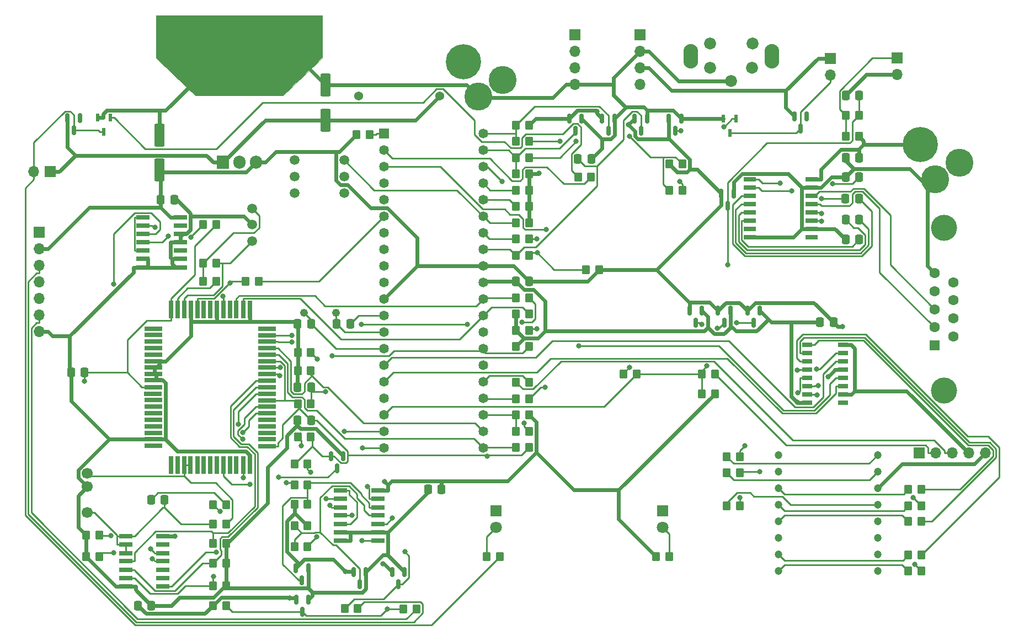
<source format=gbr>
%TF.GenerationSoftware,KiCad,Pcbnew,(6.0.2)*%
%TF.CreationDate,2022-07-07T23:03:13-05:00*%
%TF.ProjectId,Snap_Station,536e6170-5f53-4746-9174-696f6e2e6b69,rev?*%
%TF.SameCoordinates,Original*%
%TF.FileFunction,Copper,L1,Top*%
%TF.FilePolarity,Positive*%
%FSLAX46Y46*%
G04 Gerber Fmt 4.6, Leading zero omitted, Abs format (unit mm)*
G04 Created by KiCad (PCBNEW (6.0.2)) date 2022-07-07 23:03:13*
%MOMM*%
%LPD*%
G01*
G04 APERTURE LIST*
G04 Aperture macros list*
%AMRoundRect*
0 Rectangle with rounded corners*
0 $1 Rounding radius*
0 $2 $3 $4 $5 $6 $7 $8 $9 X,Y pos of 4 corners*
0 Add a 4 corners polygon primitive as box body*
4,1,4,$2,$3,$4,$5,$6,$7,$8,$9,$2,$3,0*
0 Add four circle primitives for the rounded corners*
1,1,$1+$1,$2,$3*
1,1,$1+$1,$4,$5*
1,1,$1+$1,$6,$7*
1,1,$1+$1,$8,$9*
0 Add four rect primitives between the rounded corners*
20,1,$1+$1,$2,$3,$4,$5,0*
20,1,$1+$1,$4,$5,$6,$7,0*
20,1,$1+$1,$6,$7,$8,$9,0*
20,1,$1+$1,$8,$9,$2,$3,0*%
G04 Aperture macros list end*
%TA.AperFunction,EtchedComponent*%
%ADD10C,0.120000*%
%TD*%
%TA.AperFunction,SMDPad,CuDef*%
%ADD11RoundRect,0.250000X-0.337500X-0.475000X0.337500X-0.475000X0.337500X0.475000X-0.337500X0.475000X0*%
%TD*%
%TA.AperFunction,SMDPad,CuDef*%
%ADD12RoundRect,0.250000X-0.350000X-0.450000X0.350000X-0.450000X0.350000X0.450000X-0.350000X0.450000X0*%
%TD*%
%TA.AperFunction,ComponentPad*%
%ADD13C,1.830000*%
%TD*%
%TA.AperFunction,ComponentPad*%
%ADD14O,2.250000X3.750000*%
%TD*%
%TA.AperFunction,SMDPad,CuDef*%
%ADD15R,2.740000X0.680000*%
%TD*%
%TA.AperFunction,SMDPad,CuDef*%
%ADD16R,0.680000X2.740000*%
%TD*%
%TA.AperFunction,SMDPad,CuDef*%
%ADD17RoundRect,0.250000X0.350000X0.450000X-0.350000X0.450000X-0.350000X-0.450000X0.350000X-0.450000X0*%
%TD*%
%TA.AperFunction,SMDPad,CuDef*%
%ADD18R,1.925000X0.650000*%
%TD*%
%TA.AperFunction,SMDPad,CuDef*%
%ADD19RoundRect,0.250000X0.550000X-1.500000X0.550000X1.500000X-0.550000X1.500000X-0.550000X-1.500000X0*%
%TD*%
%TA.AperFunction,ComponentPad*%
%ADD20C,4.000000*%
%TD*%
%TA.AperFunction,ComponentPad*%
%ADD21R,1.600000X1.600000*%
%TD*%
%TA.AperFunction,ComponentPad*%
%ADD22C,1.600000*%
%TD*%
%TA.AperFunction,ComponentPad*%
%ADD23R,1.700000X1.700000*%
%TD*%
%TA.AperFunction,ComponentPad*%
%ADD24O,1.700000X1.700000*%
%TD*%
%TA.AperFunction,SMDPad,CuDef*%
%ADD25RoundRect,0.150000X-0.150000X0.587500X-0.150000X-0.587500X0.150000X-0.587500X0.150000X0.587500X0*%
%TD*%
%TA.AperFunction,ComponentPad*%
%ADD26C,4.500000*%
%TD*%
%TA.AperFunction,ComponentPad*%
%ADD27R,1.485900X1.485900*%
%TD*%
%TA.AperFunction,ComponentPad*%
%ADD28C,1.485900*%
%TD*%
%TA.AperFunction,ComponentPad*%
%ADD29R,1.905000X2.000000*%
%TD*%
%TA.AperFunction,ComponentPad*%
%ADD30O,1.905000X2.000000*%
%TD*%
%TA.AperFunction,ComponentPad*%
%ADD31C,5.385000*%
%TD*%
%TA.AperFunction,ComponentPad*%
%ADD32C,4.295000*%
%TD*%
%TA.AperFunction,ComponentPad*%
%ADD33C,1.365000*%
%TD*%
%TA.AperFunction,ComponentPad*%
%ADD34C,1.493000*%
%TD*%
%TA.AperFunction,ComponentPad*%
%ADD35C,1.500000*%
%TD*%
%TA.AperFunction,SMDPad,CuDef*%
%ADD36R,1.550000X0.700000*%
%TD*%
%TA.AperFunction,SMDPad,CuDef*%
%ADD37R,2.000000X0.700000*%
%TD*%
%TA.AperFunction,ComponentPad*%
%ADD38C,1.247000*%
%TD*%
%TA.AperFunction,SMDPad,CuDef*%
%ADD39R,0.600000X1.200000*%
%TD*%
%TA.AperFunction,ComponentPad*%
%ADD40C,1.700000*%
%TD*%
%TA.AperFunction,ComponentPad*%
%ADD41C,1.200000*%
%TD*%
%TA.AperFunction,ComponentPad*%
%ADD42R,1.800000X1.800000*%
%TD*%
%TA.AperFunction,ComponentPad*%
%ADD43C,1.800000*%
%TD*%
%TA.AperFunction,ViaPad*%
%ADD44C,0.800000*%
%TD*%
%TA.AperFunction,Conductor*%
%ADD45C,0.600000*%
%TD*%
%TA.AperFunction,Conductor*%
%ADD46C,0.250000*%
%TD*%
G04 APERTURE END LIST*
D10*
%TO.C,7805Gnd*%
X124504181Y-55902011D02*
X118504181Y-61652011D01*
X118504181Y-61652011D02*
X105004181Y-61652011D01*
X105004181Y-61652011D02*
X99004181Y-55902011D01*
X99004181Y-55902011D02*
X98972181Y-49412011D01*
X98972181Y-49412011D02*
X124504181Y-49402011D01*
X124504181Y-49402011D02*
X124504181Y-55902011D01*
G36*
X124504181Y-55902011D02*
G01*
X118504181Y-61652011D01*
X105004181Y-61652011D01*
X99004181Y-55902011D01*
X98972181Y-49412011D01*
X124504181Y-49402011D01*
X124504181Y-55902011D01*
G37*
X124504181Y-55902011D02*
X118504181Y-61652011D01*
X105004181Y-61652011D01*
X99004181Y-55902011D01*
X98972181Y-49412011D01*
X124504181Y-49402011D01*
X124504181Y-55902011D01*
%TD*%
D11*
%TO.P,C8,1*%
%TO.N,Wire33*%
X98203500Y-123700000D03*
%TO.P,C8,2*%
%TO.N,Wire9*%
X100278500Y-123700000D03*
%TD*%
D12*
%TO.P,R25,1*%
%TO.N,Wire25*%
X154230000Y-78694000D03*
%TO.P,R25,2*%
%TO.N,VCC*%
X156230000Y-78694000D03*
%TD*%
%TO.P,R23,1*%
%TO.N,Wire41*%
X120236000Y-127736000D03*
%TO.P,R23,2*%
%TO.N,VCC*%
X122236000Y-127736000D03*
%TD*%
%TO.P,R30,1*%
%TO.N,Wire22*%
X112734000Y-90195000D03*
%TO.P,R30,2*%
%TO.N,Wire21*%
X114734000Y-90195000D03*
%TD*%
%TO.P,R29,1*%
%TO.N,Wire19*%
X106234000Y-87395000D03*
%TO.P,R29,2*%
%TO.N,Wire18*%
X108234000Y-87395000D03*
%TD*%
%TO.P,R26,1*%
%TO.N,Wire26*%
X154231000Y-76196000D03*
%TO.P,R26,2*%
%TO.N,VCC*%
X156231000Y-76196000D03*
%TD*%
%TO.P,R59,1*%
%TO.N,Wire67*%
X204827000Y-67946000D03*
%TO.P,R59,2*%
%TO.N,VCC*%
X206827000Y-67946000D03*
%TD*%
%TO.P,R57,1*%
%TO.N,Wire13*%
X120235000Y-121439000D03*
%TO.P,R57,2*%
%TO.N,Wire40*%
X122235000Y-121439000D03*
%TD*%
%TO.P,R67,1*%
%TO.N,Wire35*%
X107733000Y-130444000D03*
%TO.P,R67,2*%
%TO.N,GND*%
X109733000Y-130444000D03*
%TD*%
D13*
%TO.P,J4,1,Pin_1*%
%TO.N,unconnected-(J4-Pad1)*%
X183980000Y-53708000D03*
%TO.P,J4,2,Pin_2*%
%TO.N,Wire46*%
X183979000Y-57443000D03*
%TO.P,J4,3,Pin_3*%
%TO.N,GND*%
X187239000Y-59474000D03*
%TO.P,J4,4,Pin_4*%
%TO.N,Wire44*%
X190480000Y-57445000D03*
%TO.P,J4,5,Pin_5*%
%TO.N,unconnected-(J4-Pad5)*%
X190482000Y-53690000D03*
D14*
%TO.P,J4,6*%
%TO.N,N/C*%
X181022000Y-55641000D03*
%TO.P,J4,7*%
X193522000Y-55673000D03*
%TD*%
D12*
%TO.P,R55,1*%
%TO.N,Wire7*%
X177732000Y-76194000D03*
%TO.P,R55,2*%
%TO.N,Wire6*%
X179732000Y-76194000D03*
%TD*%
D15*
%TO.P,U5,1,3v3_VCC*%
%TO.N,unconnected-(U5-Pad1)*%
X98538000Y-97443000D03*
%TO.P,U5,2,Right*%
%TO.N,unconnected-(U5-Pad2)*%
X98535000Y-98435000D03*
%TO.P,U5,3,Up*%
%TO.N,unconnected-(U5-Pad3)*%
X98535000Y-99427000D03*
%TO.P,U5,4,Left*%
%TO.N,unconnected-(U5-Pad4)*%
X98535000Y-100458000D03*
%TO.P,U5,5,Down*%
%TO.N,unconnected-(U5-Pad5)*%
X98534000Y-101454000D03*
%TO.P,U5,6,XA*%
%TO.N,GND*%
X98534000Y-102446000D03*
%TO.P,U5,7,XB*%
X98534000Y-103394000D03*
%TO.P,U5,8,YB*%
X98533000Y-104387000D03*
%TO.P,U5,9,YA*%
X98536000Y-105379000D03*
%TO.P,U5,10,3v3_VCC*%
%TO.N,Wire9*%
X98533000Y-106409000D03*
%TO.P,U5,11,Start*%
%TO.N,unconnected-(U5-Pad11)*%
X98530000Y-107444000D03*
%TO.P,U5,12,A*%
%TO.N,unconnected-(U5-Pad12)*%
X98534000Y-108435000D03*
%TO.P,U5,13,C_Down*%
%TO.N,unconnected-(U5-Pad13)*%
X98535000Y-109428000D03*
%TO.P,U5,14,C_Right*%
%TO.N,unconnected-(U5-Pad14)*%
X98534000Y-110420000D03*
%TO.P,U5,15,B*%
%TO.N,unconnected-(U5-Pad15)*%
X98535000Y-111412000D03*
%TO.P,U5,16,C_Left*%
%TO.N,unconnected-(U5-Pad16)*%
X98533000Y-112446000D03*
%TO.P,U5,17,C_Up*%
%TO.N,unconnected-(U5-Pad17)*%
X98534000Y-113435000D03*
%TO.P,U5,18,GND*%
%TO.N,GND*%
X98534000Y-114428000D03*
%TO.P,U5,19,GND*%
%TO.N,unconnected-(U5-Pad19)*%
X98535000Y-115458000D03*
D16*
%TO.P,U5,20,Z*%
%TO.N,unconnected-(U5-Pad20)*%
X101273000Y-118391000D03*
%TO.P,U5,21,R*%
%TO.N,unconnected-(U5-Pad21)*%
X102263000Y-118391000D03*
%TO.P,U5,22,Data*%
%TO.N,Wire150*%
X103296000Y-118389000D03*
%TO.P,U5,23,Data*%
X104289000Y-118389000D03*
%TO.P,U5,24,E24*%
%TO.N,unconnected-(U5-Pad24)*%
X105320000Y-118389000D03*
%TO.P,U5,25,E23*%
%TO.N,unconnected-(U5-Pad25)*%
X106314000Y-118392000D03*
%TO.P,U5,26,E22*%
%TO.N,unconnected-(U5-Pad26)*%
X107307000Y-118388000D03*
%TO.P,U5,27,E21*%
%TO.N,unconnected-(U5-Pad27)*%
X108337000Y-118392000D03*
%TO.P,U5,28,E20*%
%TO.N,Wire39*%
X109328000Y-118390000D03*
%TO.P,U5,29,E19*%
%TO.N,unconnected-(U5-Pad29)*%
X110320000Y-118389000D03*
%TO.P,U5,30,E18*%
%TO.N,unconnected-(U5-Pad30)*%
X111311000Y-118392000D03*
%TO.P,U5,31,E2*%
%TO.N,Wire34*%
X112346000Y-118389000D03*
%TO.P,U5,32,GND*%
%TO.N,GND*%
X113374000Y-118391000D03*
D15*
%TO.P,U5,33,3v3_VCC*%
%TO.N,Wire23*%
X115996000Y-115482000D03*
%TO.P,U5,34,E3*%
%TO.N,unconnected-(U5-Pad34)*%
X115996000Y-114448000D03*
%TO.P,U5,35,E4*%
%TO.N,unconnected-(U5-Pad35)*%
X115996000Y-113456000D03*
%TO.P,U5,36,E5*%
%TO.N,unconnected-(U5-Pad36)*%
X115996000Y-112462000D03*
%TO.P,U5,37,E6*%
%TO.N,unconnected-(U5-Pad37)*%
X115995000Y-111432000D03*
%TO.P,U5,38,E7*%
%TO.N,Wire16*%
X115996000Y-110439000D03*
%TO.P,U5,39,E8*%
%TO.N,Wire17*%
X115993000Y-109449000D03*
%TO.P,U5,40,3v3_VCC*%
%TO.N,Wire23*%
X115995000Y-108456000D03*
%TO.P,U5,41,E9*%
%TO.N,Wire37*%
X115997000Y-107464000D03*
%TO.P,U5,42,E10*%
%TO.N,Wire36*%
X115995000Y-106431000D03*
%TO.P,U5,43,E11*%
%TO.N,Wire35*%
X115995000Y-105402000D03*
%TO.P,U5,44,E12*%
%TO.N,Wire32*%
X115995000Y-104407000D03*
%TO.P,U5,45,E13*%
%TO.N,Wire30*%
X115997000Y-103414000D03*
%TO.P,U5,46,E14*%
%TO.N,Wire23*%
X115996000Y-102461000D03*
%TO.P,U5,47,E16*%
%TO.N,Wire61*%
X115998000Y-101474000D03*
%TO.P,U5,48,E32*%
%TO.N,Wire31*%
X116000000Y-100477000D03*
%TO.P,U5,49,E30*%
%TO.N,Wire54*%
X116000000Y-99447000D03*
%TO.P,U5,50,E29*%
%TO.N,Wire53*%
X116000000Y-98453000D03*
%TO.P,U5,51,E29*%
%TO.N,unconnected-(U5-Pad51)*%
X115995000Y-97461000D03*
D16*
%TO.P,U5,52,GND*%
%TO.N,GND*%
X113379000Y-94526000D03*
%TO.P,U5,53,E28*%
%TO.N,Wire52*%
X112342000Y-94522000D03*
%TO.P,U5,54,E27*%
%TO.N,Wire51*%
X111315000Y-94527000D03*
%TO.P,U5,55,E26*%
%TO.N,unconnected-(U5-Pad55)*%
X110317000Y-94522000D03*
%TO.P,U5,56,E25*%
%TO.N,Wire10*%
X109327000Y-94522000D03*
%TO.P,U5,57,GND*%
%TO.N,GND*%
X108334000Y-94523000D03*
%TO.P,U5,58,L*%
%TO.N,unconnected-(U5-Pad58)*%
X107304000Y-94526000D03*
%TO.P,U5,59,GND*%
%TO.N,unconnected-(U5-Pad59)*%
X106310000Y-94523000D03*
%TO.P,U5,60,N/C*%
%TO.N,Wire22*%
X105320000Y-94526000D03*
%TO.P,U5,61,GND*%
%TO.N,GND*%
X104290000Y-94523000D03*
%TO.P,U5,62,OSC1*%
%TO.N,Wire18*%
X103294000Y-94523000D03*
%TO.P,U5,63,OSC2*%
%TO.N,Wire20*%
X102265000Y-94522000D03*
%TO.P,U5,64,3v3_VCC*%
%TO.N,Wire9*%
X101271000Y-94522000D03*
%TD*%
D11*
%TO.P,C10,1*%
%TO.N,GND*%
X140698500Y-122138000D03*
%TO.P,C10,2*%
%TO.N,VCC*%
X142773500Y-122138000D03*
%TD*%
D17*
%TO.P,R74,1*%
%TO.N,Wire49*%
X156225000Y-86198000D03*
%TO.P,R74,2*%
%TO.N,Wire50*%
X154225000Y-86198000D03*
%TD*%
D18*
%TO.P,U11,1,C1+*%
%TO.N,Wire70*%
X190129000Y-74498000D03*
%TO.P,U11,2,VS+*%
%TO.N,Wire68*%
X190129000Y-75768000D03*
%TO.P,U11,3,C1-*%
%TO.N,Wire69*%
X190129000Y-77038000D03*
%TO.P,U11,4,C2+*%
%TO.N,Wire72*%
X190129000Y-78308000D03*
%TO.P,U11,5,C2-*%
%TO.N,Wire71*%
X190129000Y-79578000D03*
%TO.P,U11,6,VS-*%
%TO.N,Wire73*%
X190129000Y-80848000D03*
%TO.P,U11,7,T2OUT*%
%TO.N,unconnected-(U11-Pad7)*%
X190129000Y-82118000D03*
%TO.P,U11,8,R2IN*%
%TO.N,GND*%
X190129000Y-83388000D03*
%TO.P,U11,9,R2OUT*%
%TO.N,unconnected-(U11-Pad9)*%
X199553000Y-83388000D03*
%TO.P,U11,10,T2IN*%
%TO.N,GND*%
X199553000Y-82118000D03*
%TO.P,U11,11,T1IN*%
%TO.N,Wire55*%
X199553000Y-80848000D03*
%TO.P,U11,12,R1OUT*%
%TO.N,Wire82*%
X199553000Y-79578000D03*
%TO.P,U11,13,R1IN*%
%TO.N,Wire84*%
X199553000Y-78308000D03*
%TO.P,U11,14,T1OUT*%
%TO.N,Wire85*%
X199553000Y-77038000D03*
%TO.P,U11,15,GND*%
%TO.N,GND*%
X199553000Y-75768000D03*
%TO.P,U11,16,VCC*%
%TO.N,VCC*%
X199553000Y-74498000D03*
%TD*%
D19*
%TO.P,C14,1*%
%TO.N,Wire5*%
X124984000Y-65447000D03*
%TO.P,C14,2*%
%TO.N,GND*%
X124984000Y-60047000D03*
%TD*%
D11*
%TO.P,C23,1*%
%TO.N,VCC*%
X96195500Y-139943000D03*
%TO.P,C23,2*%
%TO.N,GND*%
X98270500Y-139943000D03*
%TD*%
D12*
%TO.P,R70,1*%
%TO.N,GND*%
X88236000Y-132439000D03*
%TO.P,R70,2*%
%TO.N,Wire17*%
X90236000Y-132439000D03*
%TD*%
D20*
%TO.P,P1,0*%
%TO.N,N/C*%
X219895000Y-106987000D03*
X219895000Y-81987000D03*
D21*
%TO.P,P1,1,1*%
%TO.N,unconnected-(P1-Pad1)*%
X218475000Y-100027000D03*
D22*
%TO.P,P1,2,2*%
%TO.N,Wire84*%
X218475000Y-97257000D03*
%TO.P,P1,3,3*%
%TO.N,Wire85*%
X218475000Y-94487000D03*
%TO.P,P1,4,4*%
%TO.N,unconnected-(P1-Pad4)*%
X218475000Y-91717000D03*
%TO.P,P1,5,5*%
%TO.N,GND*%
X218475000Y-88947000D03*
%TO.P,P1,6,6*%
%TO.N,unconnected-(P1-Pad6)*%
X221315000Y-98642000D03*
%TO.P,P1,7,7*%
%TO.N,unconnected-(P1-Pad7)*%
X221315000Y-95872000D03*
%TO.P,P1,8,8*%
%TO.N,unconnected-(P1-Pad8)*%
X221315000Y-93102000D03*
%TO.P,P1,9,9*%
%TO.N,unconnected-(P1-Pad9)*%
X221315000Y-90332000D03*
%TD*%
D23*
%TO.P,J14,1,Pin_1*%
%TO.N,VCC*%
X163235000Y-52350000D03*
D24*
%TO.P,J14,2,Pin_2*%
%TO.N,Wire49*%
X163235000Y-54890000D03*
%TO.P,J14,3,Pin_3*%
%TO.N,Wire48*%
X163235000Y-57430000D03*
%TO.P,J14,4,Pin_4*%
%TO.N,GND*%
X163235000Y-59970000D03*
%TD*%
D25*
%TO.P,D9,1,A1*%
%TO.N,GND*%
X169333000Y-65199000D03*
%TO.P,D9,2,A2*%
%TO.N,VCC*%
X167433000Y-65199000D03*
%TO.P,D9,3,common*%
%TO.N,Wire43*%
X168383000Y-67074000D03*
%TD*%
D12*
%TO.P,R45,1*%
%TO.N,Wire45*%
X154231000Y-71195000D03*
%TO.P,R45,2*%
%TO.N,Wire46*%
X156231000Y-71195000D03*
%TD*%
D11*
%TO.P,C3,1*%
%TO.N,GND*%
X120699500Y-106441000D03*
%TO.P,C3,2*%
%TO.N,Wire22*%
X122774500Y-106441000D03*
%TD*%
D26*
%TO.P,7805Gnd,1*%
%TO.N,GND*%
X111766000Y-52662000D03*
%TD*%
D12*
%TO.P,R14,1*%
%TO.N,Wire3*%
X163733000Y-74195000D03*
%TO.P,R14,2*%
%TO.N,Wire2*%
X165733000Y-74195000D03*
%TD*%
D27*
%TO.P,U4,1,~{MCLR/VPP}*%
%TO.N,Wire1*%
X133936000Y-67493000D03*
D28*
%TO.P,U4,2,RA0*%
%TO.N,Wire2*%
X133936000Y-70033000D03*
%TO.P,U4,3,RA1*%
%TO.N,Wire6*%
X133936000Y-72573000D03*
%TO.P,U4,4,RA2*%
%TO.N,Wire65*%
X133936000Y-75113000D03*
%TO.P,U4,5,RA3*%
%TO.N,Wire79*%
X133936000Y-77653000D03*
%TO.P,U4,6,RA4/T0CKI*%
%TO.N,Wire21*%
X133936000Y-80193000D03*
%TO.P,U4,7,RA5/~{SS}*%
%TO.N,Wire42*%
X133936000Y-82733000D03*
%TO.P,U4,8,RE0/~{RD}*%
%TO.N,Wire76*%
X133936000Y-85273000D03*
%TO.P,U4,9,RE1/~{WR}*%
%TO.N,Wire15*%
X133936000Y-87813000D03*
%TO.P,U4,10,RE2/~{CS}*%
%TO.N,Wire78*%
X133936000Y-90353000D03*
%TO.P,U4,11,VDD_2*%
%TO.N,VCC*%
X133936000Y-92893000D03*
%TO.P,U4,12,VSS_2*%
%TO.N,Wire28*%
X133936000Y-95433000D03*
%TO.P,U4,13,OSC1/CLKIN*%
%TO.N,Wire29*%
X133936000Y-97973000D03*
%TO.P,U4,14,OSC2/CLKOUT*%
%TO.N,Wire27*%
X133936000Y-100513000D03*
%TO.P,U4,15,RC0/T1OSO/T1CKI*%
%TO.N,Wire80*%
X133936000Y-103053000D03*
%TO.P,U4,16,RC1/T1OSI/CCP2*%
%TO.N,Wire81*%
X133936000Y-105593000D03*
%TO.P,U4,17,RC2/CCP1*%
%TO.N,Wire38*%
X133936000Y-108133000D03*
%TO.P,U4,18,RC3/SCK/SCL*%
%TO.N,Wire63*%
X133936000Y-110673000D03*
%TO.P,U4,19,RD0/PSP0*%
%TO.N,Wire32*%
X133936000Y-113213000D03*
%TO.P,U4,20,RD1/PSP1*%
%TO.N,Wire30*%
X133936000Y-115753000D03*
%TO.P,U4,21,RD2/PSP2*%
%TO.N,Wire61*%
X149176000Y-115753000D03*
%TO.P,U4,22,RD3/PSP3*%
%TO.N,Wire31*%
X149176000Y-113213000D03*
%TO.P,U4,23,RC4/SDI/SDA*%
%TO.N,Wire59*%
X149176000Y-110673000D03*
%TO.P,U4,24,RC5/SDO*%
%TO.N,Wire57*%
X149176000Y-108133000D03*
%TO.P,U4,25,RC6/TX/CK*%
%TO.N,Wire55*%
X149176000Y-105593000D03*
%TO.P,U4,26,RC7/RX/DT*%
%TO.N,Wire82*%
X149176000Y-103053000D03*
%TO.P,U4,27,RD4/PSP4*%
%TO.N,Wire54*%
X149176000Y-100513000D03*
%TO.P,U4,28,RD5/PSP5*%
%TO.N,Wire53*%
X149176000Y-97973000D03*
%TO.P,U4,29,RD6/PSP6*%
%TO.N,Wire52*%
X149176000Y-95433000D03*
%TO.P,U4,30,RD7/PSP7*%
%TO.N,Wire51*%
X149176000Y-92893000D03*
%TO.P,U4,31,VSS*%
%TO.N,GND*%
X149176000Y-90353000D03*
%TO.P,U4,32,VDD*%
%TO.N,VCC*%
X149176000Y-87813000D03*
%TO.P,U4,33,RB0/INT*%
%TO.N,Wire50*%
X149176000Y-85273000D03*
%TO.P,U4,34,RB1*%
%TO.N,Wire47*%
X149176000Y-82733000D03*
%TO.P,U4,35,RB2*%
%TO.N,Wire24*%
X149176000Y-80193000D03*
%TO.P,U4,36,RB3*%
%TO.N,Wire25*%
X149176000Y-77653000D03*
%TO.P,U4,37,RB4*%
%TO.N,Wire26*%
X149176000Y-75113000D03*
%TO.P,U4,38,RB5*%
%TO.N,Wire83*%
X149176000Y-72573000D03*
%TO.P,U4,39,RB6*%
%TO.N,Wire45*%
X149176000Y-70033000D03*
%TO.P,U4,40,RB7*%
%TO.N,Wire43*%
X149176000Y-67493000D03*
%TD*%
D29*
%TO.P,U10,1,VI*%
%TO.N,Wire5*%
X109232000Y-71944000D03*
D30*
%TO.P,U10,2,GND*%
%TO.N,GND*%
X111772000Y-71944000D03*
%TO.P,U10,3,VO*%
%TO.N,VCC*%
X114312000Y-71944000D03*
%TD*%
D31*
%TO.P,J6,1*%
%TO.N,Wire8*%
X146145000Y-56511000D03*
D32*
%TO.P,J6,2*%
%TO.N,GND*%
X148445000Y-61811000D03*
%TO.P,J6,3*%
%TO.N,unconnected-(J6-Pad3)*%
X152145000Y-59311000D03*
%TD*%
D12*
%TO.P,R77,1*%
%TO.N,VCC*%
X129730000Y-67695000D03*
%TO.P,R77,2*%
%TO.N,Wire1*%
X131730000Y-67695000D03*
%TD*%
D33*
%TO.P,F1,1*%
%TO.N,Wire8*%
X130039000Y-61739000D03*
%TO.P,F1,2*%
%TO.N,Wire5*%
X142539000Y-61736000D03*
%TD*%
D12*
%TO.P,R42,1*%
%TO.N,Wire43*%
X154233000Y-66192000D03*
%TO.P,R42,2*%
%TO.N,VCC*%
X156233000Y-66192000D03*
%TD*%
D25*
%TO.P,D20,1,A1*%
%TO.N,GND*%
X179578000Y-65201000D03*
%TO.P,D20,2,A2*%
%TO.N,VCC*%
X177678000Y-65201000D03*
%TO.P,D20,3,common*%
%TO.N,Wire6*%
X178628000Y-67076000D03*
%TD*%
D11*
%TO.P,C24,1*%
%TO.N,Wire50*%
X163703500Y-71439000D03*
%TO.P,C24,2*%
%TO.N,GND*%
X165778500Y-71439000D03*
%TD*%
D12*
%TO.P,R41,1*%
%TO.N,Wire9*%
X107735000Y-127444000D03*
%TO.P,R41,2*%
%TO.N,Wire150*%
X109735000Y-127444000D03*
%TD*%
%TO.P,R64,1*%
%TO.N,Wire38*%
X136933000Y-140443000D03*
%TO.P,R64,2*%
%TO.N,Wire14*%
X138933000Y-140443000D03*
%TD*%
%TO.P,R60,1*%
%TO.N,Wire24*%
X154232000Y-81197000D03*
%TO.P,R60,2*%
%TO.N,VCC*%
X156232000Y-81197000D03*
%TD*%
%TO.P,R43,1*%
%TO.N,Wire45*%
X154233000Y-73698000D03*
%TO.P,R43,2*%
%TO.N,VCC*%
X156233000Y-73698000D03*
%TD*%
%TO.P,R12,1*%
%TO.N,Wire101*%
X186582000Y-119593000D03*
%TO.P,R12,2*%
%TO.N,Wire90*%
X188582000Y-119593000D03*
%TD*%
D23*
%TO.P,J2,1,Pin_1*%
%TO.N,Wire5*%
X202433000Y-55946000D03*
D24*
%TO.P,J2,2,Pin_2*%
%TO.N,Wire66*%
X202433000Y-58486000D03*
%TD*%
D25*
%TO.P,D7,1,A1*%
%TO.N,GND*%
X131167000Y-134788000D03*
%TO.P,D7,2,A2*%
%TO.N,VCC*%
X129267000Y-134788000D03*
%TO.P,D7,3,common*%
%TO.N,Wire41*%
X130217000Y-136663000D03*
%TD*%
D12*
%TO.P,R18,1*%
%TO.N,VCC*%
X175730000Y-132444000D03*
%TO.P,R18,2*%
%TO.N,Net-(D6-Pad2)*%
X177730000Y-132444000D03*
%TD*%
D23*
%TO.P,J16,1,Pin_1*%
%TO.N,Wire60*%
X216069000Y-116535000D03*
D24*
%TO.P,J16,2,Pin_2*%
%TO.N,Wire64*%
X218609000Y-116535000D03*
%TO.P,J16,3,Pin_3*%
%TO.N,Wire56*%
X221149000Y-116535000D03*
%TO.P,J16,4,Pin_4*%
%TO.N,VCC*%
X223689000Y-116535000D03*
%TO.P,J16,5,Pin_5*%
%TO.N,GND*%
X226229000Y-116535000D03*
%TD*%
D25*
%TO.P,D13,1,A1*%
%TO.N,GND*%
X187129000Y-94700000D03*
%TO.P,D13,2,A2*%
%TO.N,VCC*%
X185229000Y-94700000D03*
%TO.P,D13,3,common*%
%TO.N,Wire63*%
X186179000Y-96575000D03*
%TD*%
D12*
%TO.P,R34,1*%
%TO.N,Wire32*%
X120736000Y-114103000D03*
%TO.P,R34,2*%
%TO.N,Wire23*%
X122736000Y-114103000D03*
%TD*%
D11*
%TO.P,C9,1*%
%TO.N,GND*%
X120679500Y-111542000D03*
%TO.P,C9,2*%
%TO.N,Wire23*%
X122754500Y-111542000D03*
%TD*%
%TO.P,C18,1*%
%TO.N,Wire70*%
X204783500Y-77494000D03*
%TO.P,C18,2*%
%TO.N,Wire69*%
X206858500Y-77494000D03*
%TD*%
D12*
%TO.P,R56,1*%
%TO.N,VCC*%
X120235000Y-124434000D03*
%TO.P,R56,2*%
%TO.N,Wire40*%
X122235000Y-124434000D03*
%TD*%
%TO.P,R24,1*%
%TO.N,Wire41*%
X120233000Y-130935000D03*
%TO.P,R24,2*%
%TO.N,Wire12*%
X122233000Y-130935000D03*
%TD*%
D34*
%TO.P,U3,1,1*%
%TO.N,Wire19*%
X113740000Y-79000000D03*
%TO.P,U3,2,2*%
%TO.N,GND*%
X113740000Y-81500000D03*
%TO.P,U3,3,3*%
%TO.N,Wire18*%
X113740000Y-84000000D03*
%TD*%
D25*
%TO.P,D22,1,A1*%
%TO.N,GND*%
X122384000Y-139038000D03*
%TO.P,D22,2,A2*%
%TO.N,VCC*%
X120484000Y-139038000D03*
%TO.P,D22,3,common*%
%TO.N,Wire38*%
X121434000Y-140913000D03*
%TD*%
D11*
%TO.P,C21,1*%
%TO.N,Wire71*%
X204789500Y-80698000D03*
%TO.P,C21,2*%
%TO.N,Wire72*%
X206864500Y-80698000D03*
%TD*%
D25*
%TO.P,D16,1,A1*%
%TO.N,GND*%
X122334000Y-134191000D03*
%TO.P,D16,2,A2*%
%TO.N,VCC*%
X120434000Y-134191000D03*
%TO.P,D16,3,common*%
%TO.N,Wire40*%
X121384000Y-136066000D03*
%TD*%
D12*
%TO.P,R63,1*%
%TO.N,VCC*%
X107734000Y-139944000D03*
%TO.P,R63,2*%
%TO.N,Wire38*%
X109734000Y-139944000D03*
%TD*%
%TO.P,R68,1*%
%TO.N,Wire36*%
X107733000Y-133444000D03*
%TO.P,R68,2*%
%TO.N,GND*%
X109733000Y-133444000D03*
%TD*%
%TO.P,R33,1*%
%TO.N,Wire61*%
X154230000Y-115695000D03*
%TO.P,R33,2*%
%TO.N,Wire23*%
X156230000Y-115695000D03*
%TD*%
D11*
%TO.P,C1,1*%
%TO.N,GND*%
X200891500Y-96500000D03*
%TO.P,C1,2*%
%TO.N,VCC*%
X202966500Y-96500000D03*
%TD*%
%TO.P,C19,1*%
%TO.N,GND*%
X204795500Y-74195000D03*
%TO.P,C19,2*%
%TO.N,Wire68*%
X206870500Y-74195000D03*
%TD*%
D35*
%TO.P,S1,1,COM_1*%
%TO.N,GND*%
X120237000Y-71598000D03*
%TO.P,S1,2,COM_2*%
X120237000Y-74138000D03*
%TO.P,S1,3,COM_3*%
X120237000Y-76678000D03*
%TO.P,S1,4,NO_1*%
%TO.N,Wire26*%
X127857000Y-76678000D03*
%TO.P,S1,5,NO_2*%
%TO.N,Wire25*%
X127857000Y-74138000D03*
%TO.P,S1,6,NO_3*%
%TO.N,Wire24*%
X127857000Y-71598000D03*
%TD*%
D12*
%TO.P,R72,1*%
%TO.N,Wire23*%
X120238000Y-118190000D03*
%TO.P,R72,2*%
%TO.N,Wire39*%
X122238000Y-118190000D03*
%TD*%
D36*
%TO.P,U1,1,QB*%
%TO.N,Wire86*%
X198922000Y-99941000D03*
%TO.P,U1,2,QC*%
%TO.N,Wire87*%
X198922000Y-101211000D03*
%TO.P,U1,3,QD*%
%TO.N,Wire88*%
X198922000Y-102481000D03*
%TO.P,U1,4,QE*%
%TO.N,Wire89*%
X198922000Y-103751000D03*
%TO.P,U1,5,QF*%
%TO.N,Wire90*%
X198922000Y-105021000D03*
%TO.P,U1,6,QG*%
%TO.N,Wire91*%
X198922000Y-106291000D03*
%TO.P,U1,7,QH*%
%TO.N,Wire92*%
X198922000Y-107561000D03*
%TO.P,U1,8,GND*%
%TO.N,GND*%
X198922000Y-108831000D03*
%TO.P,U1,9,QH'*%
%TO.N,unconnected-(U1-Pad9)*%
X204372000Y-108831000D03*
%TO.P,U1,10,~{SRCLR}*%
%TO.N,VCC*%
X204372000Y-107561000D03*
%TO.P,U1,11,SRCLK*%
%TO.N,Wire81*%
X204372000Y-106291000D03*
%TO.P,U1,12,RCLK*%
%TO.N,Wire83*%
X204372000Y-105021000D03*
%TO.P,U1,13,~{OE}*%
%TO.N,GND*%
X204372000Y-103751000D03*
%TO.P,U1,14,SER*%
%TO.N,Wire80*%
X204372000Y-102481000D03*
%TO.P,U1,15,QA*%
%TO.N,Wire93*%
X204372000Y-101211000D03*
%TO.P,U1,16,VCC*%
%TO.N,VCC*%
X204372000Y-99941000D03*
%TD*%
D12*
%TO.P,R36,1*%
%TO.N,GND*%
X154233000Y-95196000D03*
%TO.P,R36,2*%
%TO.N,Wire52*%
X156233000Y-95196000D03*
%TD*%
%TO.P,R50,1*%
%TO.N,Wire56*%
X154231000Y-105696000D03*
%TO.P,R50,2*%
%TO.N,Wire55*%
X156231000Y-105696000D03*
%TD*%
%TO.P,R47,1*%
%TO.N,Wire63*%
X182731000Y-107439000D03*
%TO.P,R47,2*%
%TO.N,VCC*%
X184731000Y-107439000D03*
%TD*%
%TO.P,R71,1*%
%TO.N,GND*%
X88242000Y-129136000D03*
%TO.P,R71,2*%
%TO.N,Wire16*%
X90242000Y-129136000D03*
%TD*%
%TO.P,R62,1*%
%TO.N,Wire62*%
X170727000Y-104440000D03*
%TO.P,R62,2*%
%TO.N,Wire63*%
X172727000Y-104440000D03*
%TD*%
%TO.P,R73,1*%
%TO.N,Wire34*%
X107734000Y-124443000D03*
%TO.P,R73,2*%
%TO.N,Wire33*%
X109734000Y-124443000D03*
%TD*%
%TO.P,R48,1*%
%TO.N,Wire59*%
X154233000Y-113195000D03*
%TO.P,R48,2*%
%TO.N,Wire60*%
X156233000Y-113195000D03*
%TD*%
D11*
%TO.P,C25,1*%
%TO.N,GND*%
X204790500Y-61700000D03*
%TO.P,C25,2*%
%TO.N,Wire62*%
X206865500Y-61700000D03*
%TD*%
D12*
%TO.P,R2,1*%
%TO.N,Wire99*%
X186583000Y-117143000D03*
%TO.P,R2,2*%
%TO.N,Wire93*%
X188583000Y-117143000D03*
%TD*%
%TO.P,R44,1*%
%TO.N,Wire43*%
X154231000Y-68695000D03*
%TO.P,R44,2*%
%TO.N,Wire44*%
X156231000Y-68695000D03*
%TD*%
D11*
%TO.P,C20,1*%
%TO.N,GND*%
X204795500Y-83797000D03*
%TO.P,C20,2*%
%TO.N,Wire73*%
X206870500Y-83797000D03*
%TD*%
D25*
%TO.P,D19,1,A1*%
%TO.N,GND*%
X174329000Y-65198000D03*
%TO.P,D19,2,A2*%
%TO.N,VCC*%
X172429000Y-65198000D03*
%TO.P,D19,3,common*%
%TO.N,Wire50*%
X173379000Y-67073000D03*
%TD*%
D12*
%TO.P,R19,1*%
%TO.N,Wire98*%
X214430000Y-124644000D03*
%TO.P,R19,2*%
%TO.N,Wire91*%
X216430000Y-124644000D03*
%TD*%
%TO.P,R40,1*%
%TO.N,GND*%
X120733000Y-101136000D03*
%TO.P,R40,2*%
%TO.N,Wire30*%
X122733000Y-101136000D03*
%TD*%
%TO.P,R4,1*%
%TO.N,Wire94*%
X214432000Y-122144000D03*
%TO.P,R4,2*%
%TO.N,Wire86*%
X216432000Y-122144000D03*
%TD*%
D11*
%TO.P,C7,1*%
%TO.N,VCC*%
X99696500Y-77701000D03*
%TO.P,C7,2*%
%TO.N,GND*%
X101771500Y-77701000D03*
%TD*%
D12*
%TO.P,R37,1*%
%TO.N,GND*%
X154232000Y-97696000D03*
%TO.P,R37,2*%
%TO.N,Wire53*%
X156232000Y-97696000D03*
%TD*%
D11*
%TO.P,C6,1*%
%TO.N,GND*%
X120702500Y-96699000D03*
%TO.P,C6,2*%
%TO.N,Wire27*%
X122777500Y-96699000D03*
%TD*%
D23*
%TO.P,J13,1,Pin_1*%
%TO.N,Wire67*%
X212732000Y-55945000D03*
D24*
%TO.P,J13,2,Pin_2*%
%TO.N,GND*%
X212732000Y-58485000D03*
%TD*%
D12*
%TO.P,R8,1*%
%TO.N,Wire96*%
X214432000Y-132194000D03*
%TO.P,R8,2*%
%TO.N,Wire88*%
X216432000Y-132194000D03*
%TD*%
%TO.P,R69,1*%
%TO.N,Wire37*%
X107736000Y-136936000D03*
%TO.P,R69,2*%
%TO.N,GND*%
X109736000Y-136936000D03*
%TD*%
D37*
%TO.P,U13,1,1Y*%
%TO.N,Wire74*%
X97005000Y-80348000D03*
%TO.P,U13,2,1A*%
%TO.N,Wire10*%
X97006000Y-81615000D03*
%TO.P,U13,3,1B*%
%TO.N,Wire75*%
X97000000Y-82929000D03*
%TO.P,U13,4,2Y*%
%TO.N,Wire76*%
X97007000Y-84155000D03*
%TO.P,U13,5,2A*%
%TO.N,Wire74*%
X97007000Y-85466000D03*
%TO.P,U13,6,2B*%
%TO.N,GND*%
X97006000Y-86738000D03*
%TO.P,U13,7,GND*%
X97008000Y-88048000D03*
%TO.P,U13,8,3A*%
X102721000Y-88050000D03*
%TO.P,U13,9,3B*%
X102721000Y-86739000D03*
%TO.P,U13,10,3Y*%
%TO.N,unconnected-(U13-Pad10)*%
X102719000Y-85469000D03*
%TO.P,U13,11,4A*%
%TO.N,GND*%
X102723000Y-84157000D03*
%TO.P,U13,12,4B*%
X102722000Y-82931000D03*
%TO.P,U13,13,4Y*%
%TO.N,unconnected-(U13-Pad13)*%
X102721000Y-81623000D03*
%TO.P,U13,14,VCC*%
%TO.N,VCC*%
X102721000Y-80351000D03*
%TD*%
D12*
%TO.P,R46,1*%
%TO.N,Wire59*%
X154228000Y-110694000D03*
%TO.P,R46,2*%
%TO.N,VCC*%
X156228000Y-110694000D03*
%TD*%
D23*
%TO.P,J11,1,Pin_1*%
%TO.N,Wire5*%
X82781000Y-73336000D03*
D24*
%TO.P,J11,2,Pin_2*%
%TO.N,Wire4*%
X80241000Y-73336000D03*
%TD*%
D31*
%TO.P,J12,1*%
%TO.N,VCC*%
X216232000Y-69197000D03*
D32*
%TO.P,J12,2*%
%TO.N,GND*%
X218532000Y-74497000D03*
%TO.P,J12,3*%
%TO.N,unconnected-(J12-Pad3)*%
X222232000Y-71997000D03*
%TD*%
D12*
%TO.P,R10,1*%
%TO.N,Wire100*%
X186580000Y-124691000D03*
%TO.P,R10,2*%
%TO.N,Wire89*%
X188580000Y-124691000D03*
%TD*%
%TO.P,R76,1*%
%TO.N,VCC*%
X177732000Y-72194000D03*
%TO.P,R76,2*%
%TO.N,Wire7*%
X179732000Y-72194000D03*
%TD*%
D37*
%TO.P,U7,1,1Y*%
%TO.N,Wire77*%
X127313000Y-122294000D03*
%TO.P,U7,2,1A*%
%TO.N,Wire75*%
X127314000Y-123561000D03*
%TO.P,U7,3,1B*%
%TO.N,Wire39*%
X127308000Y-124875000D03*
%TO.P,U7,4,2Y*%
%TO.N,Wire15*%
X127315000Y-126101000D03*
%TO.P,U7,5,2A*%
%TO.N,Wire77*%
X127315000Y-127412000D03*
%TO.P,U7,6,2B*%
%TO.N,GND*%
X127314000Y-128684000D03*
%TO.P,U7,7,GND*%
X127316000Y-129994000D03*
%TO.P,U7,8,3A*%
%TO.N,Wire34*%
X133029000Y-129996000D03*
%TO.P,U7,9,3B*%
%TO.N,GND*%
X133029000Y-128685000D03*
%TO.P,U7,10,3Y*%
%TO.N,Wire78*%
X133027000Y-127415000D03*
%TO.P,U7,11,4A*%
%TO.N,Wire41*%
X133031000Y-126103000D03*
%TO.P,U7,12,4B*%
%TO.N,Wire40*%
X133030000Y-124877000D03*
%TO.P,U7,13,4Y*%
%TO.N,Wire79*%
X133029000Y-123569000D03*
%TO.P,U7,14,VCC*%
%TO.N,VCC*%
X133029000Y-122297000D03*
%TD*%
D11*
%TO.P,C5,1*%
%TO.N,Wire29*%
X126698500Y-96694000D03*
%TO.P,C5,2*%
%TO.N,Wire28*%
X128773500Y-96694000D03*
%TD*%
D38*
%TO.P,Y1,1,1*%
%TO.N,Wire27*%
X121686000Y-95044000D03*
%TO.P,Y1,2,2*%
%TO.N,Wire29*%
X126566000Y-95044000D03*
%TD*%
D25*
%TO.P,D8,1,A1*%
%TO.N,unconnected-(D8-Pad1)*%
X198833000Y-64845000D03*
%TO.P,D8,2,A2*%
%TO.N,Wire5*%
X196933000Y-64845000D03*
%TO.P,D8,3,common*%
%TO.N,Wire66*%
X197883000Y-66720000D03*
%TD*%
D12*
%TO.P,R6,1*%
%TO.N,Wire95*%
X214432000Y-127043000D03*
%TO.P,R6,2*%
%TO.N,Wire87*%
X216432000Y-127043000D03*
%TD*%
%TO.P,R38,1*%
%TO.N,GND*%
X154228000Y-100197000D03*
%TO.P,R38,2*%
%TO.N,Wire54*%
X156228000Y-100197000D03*
%TD*%
D25*
%TO.P,D10,1,A1*%
%TO.N,GND*%
X127700000Y-116993000D03*
%TO.P,D10,2,A2*%
%TO.N,Wire23*%
X125800000Y-116993000D03*
%TO.P,D10,3,common*%
%TO.N,Wire150*%
X126750000Y-118868000D03*
%TD*%
D12*
%TO.P,R35,1*%
%TO.N,Wire57*%
X154230000Y-108194000D03*
%TO.P,R35,2*%
%TO.N,Wire58*%
X156230000Y-108194000D03*
%TD*%
%TO.P,R39,1*%
%TO.N,GND*%
X120733000Y-103908000D03*
%TO.P,R39,2*%
%TO.N,Wire31*%
X122733000Y-103908000D03*
%TD*%
D39*
%TO.P,Q1,1*%
%TO.N,Wire58*%
X187961000Y-65212000D03*
%TO.P,Q1,2*%
%TO.N,GND*%
X186061000Y-65212000D03*
%TO.P,Q1,3*%
%TO.N,Wire66*%
X187011000Y-67412000D03*
%TD*%
D40*
%TO.P,J3,1,Pin_1*%
%TO.N,Wire150*%
X88433000Y-119693000D03*
%TO.P,J3,2,Pin_2*%
%TO.N,GND*%
X88434000Y-121721000D03*
%TO.P,J3,3,Pin_3*%
%TO.N,Wire9*%
X88438000Y-125646000D03*
%TD*%
D12*
%TO.P,R21,1*%
%TO.N,Wire97*%
X214432000Y-134644000D03*
%TO.P,R21,2*%
%TO.N,Wire92*%
X216432000Y-134644000D03*
%TD*%
D39*
%TO.P,Q2,1*%
%TO.N,Wire3*%
X91935000Y-65073000D03*
%TO.P,Q2,2*%
%TO.N,GND*%
X90035000Y-65073000D03*
%TO.P,Q2,3*%
%TO.N,Wire4*%
X90985000Y-67273000D03*
%TD*%
D12*
%TO.P,R66,1*%
%TO.N,Wire10*%
X106235000Y-81445000D03*
%TO.P,R66,2*%
%TO.N,Wire9*%
X108235000Y-81445000D03*
%TD*%
D25*
%TO.P,D21,1,A1*%
%TO.N,GND*%
X187631000Y-76696000D03*
%TO.P,D21,2,A2*%
%TO.N,VCC*%
X185731000Y-76696000D03*
%TO.P,D21,3,common*%
%TO.N,Wire62*%
X186681000Y-78571000D03*
%TD*%
%TO.P,D12,1,A1*%
%TO.N,GND*%
X191625000Y-94696000D03*
%TO.P,D12,2,A2*%
%TO.N,VCC*%
X189725000Y-94696000D03*
%TO.P,D12,3,common*%
%TO.N,Wire59*%
X190675000Y-96571000D03*
%TD*%
D12*
%TO.P,R54,1*%
%TO.N,Wire49*%
X164981000Y-88439000D03*
%TO.P,R54,2*%
%TO.N,VCC*%
X166981000Y-88439000D03*
%TD*%
D25*
%TO.P,D11,1,A1*%
%TO.N,GND*%
X164279000Y-65194000D03*
%TO.P,D11,2,A2*%
%TO.N,VCC*%
X162379000Y-65194000D03*
%TO.P,D11,3,common*%
%TO.N,Wire45*%
X163329000Y-67069000D03*
%TD*%
D12*
%TO.P,R28,1*%
%TO.N,Wire23*%
X120736000Y-108980000D03*
%TO.P,R28,2*%
%TO.N,Wire22*%
X122736000Y-108980000D03*
%TD*%
%TO.P,R75,1*%
%TO.N,Wire67*%
X204827000Y-64698000D03*
%TO.P,R75,2*%
%TO.N,Wire62*%
X206827000Y-64698000D03*
%TD*%
%TO.P,R58,1*%
%TO.N,Wire47*%
X154228000Y-83699000D03*
%TO.P,R58,2*%
%TO.N,Wire48*%
X156228000Y-83699000D03*
%TD*%
D19*
%TO.P,C11,1*%
%TO.N,VCC*%
X99483000Y-73116000D03*
%TO.P,C11,2*%
%TO.N,GND*%
X99483000Y-67716000D03*
%TD*%
D37*
%TO.P,U6,1,A*%
%TO.N,Wire9*%
X94335000Y-129316000D03*
%TO.P,U6,2,B*%
X94336000Y-130583000D03*
%TO.P,U6,3,C*%
X94330000Y-131897000D03*
%TO.P,U6,4,D*%
%TO.N,Wire35*%
X94337000Y-133123000D03*
%TO.P,U6,5,E*%
%TO.N,Wire36*%
X94337000Y-134434000D03*
%TO.P,U6,6,F*%
%TO.N,Wire37*%
X94336000Y-135706000D03*
%TO.P,U6,7,GND*%
%TO.N,GND*%
X94338000Y-137016000D03*
%TO.P,U6,8,Y*%
%TO.N,Wire75*%
X100051000Y-137018000D03*
%TO.P,U6,9,n.c._1*%
%TO.N,unconnected-(U6-Pad9)*%
X100051000Y-135707000D03*
%TO.P,U6,10,n.c._2*%
%TO.N,unconnected-(U6-Pad10)*%
X100049000Y-134437000D03*
%TO.P,U6,11,G*%
%TO.N,Wire17*%
X100053000Y-133125000D03*
%TO.P,U6,12,H*%
%TO.N,Wire16*%
X100052000Y-131899000D03*
%TO.P,U6,13,n.c._3*%
%TO.N,unconnected-(U6-Pad13)*%
X100051000Y-130591000D03*
%TO.P,U6,14,VCC*%
%TO.N,VCC*%
X100051000Y-129319000D03*
%TD*%
D12*
%TO.P,R49,1*%
%TO.N,Wire63*%
X182729000Y-104441000D03*
%TO.P,R49,2*%
%TO.N,Wire64*%
X184729000Y-104441000D03*
%TD*%
%TO.P,R32,1*%
%TO.N,Wire51*%
X154233000Y-92698000D03*
%TO.P,R32,2*%
%TO.N,Wire23*%
X156233000Y-92698000D03*
%TD*%
D23*
%TO.P,J15,1,Pin_1*%
%TO.N,Wire5*%
X81033000Y-82694000D03*
D24*
%TO.P,J15,2,Pin_2*%
%TO.N,VCC*%
X81033000Y-85234000D03*
%TO.P,J15,3,Pin_3*%
%TO.N,Wire11*%
X81033000Y-87774000D03*
%TO.P,J15,4,Pin_4*%
%TO.N,Wire12*%
X81033000Y-90314000D03*
%TO.P,J15,5,Pin_5*%
%TO.N,Wire13*%
X81033000Y-92854000D03*
%TO.P,J15,6,Pin_6*%
%TO.N,Wire14*%
X81033000Y-95394000D03*
%TO.P,J15,7,Pin_7*%
%TO.N,GND*%
X81033000Y-97934000D03*
%TD*%
D12*
%TO.P,R31,1*%
%TO.N,Wire19*%
X106233000Y-90195000D03*
%TO.P,R31,2*%
%TO.N,Wire20*%
X108233000Y-90195000D03*
%TD*%
D25*
%TO.P,D14,1,A1*%
%TO.N,GND*%
X182732000Y-94694000D03*
%TO.P,D14,2,A2*%
%TO.N,VCC*%
X180832000Y-94694000D03*
%TO.P,D14,3,common*%
%TO.N,Wire55*%
X181782000Y-96569000D03*
%TD*%
%TO.P,D1,1,A1*%
%TO.N,GND*%
X137138000Y-134789000D03*
%TO.P,D1,2,A2*%
%TO.N,VCC*%
X135238000Y-134789000D03*
%TO.P,D1,3,common*%
%TO.N,Wire42*%
X136188000Y-136664000D03*
%TD*%
D12*
%TO.P,R65,1*%
%TO.N,Net-(D23-Pad2)*%
X149733000Y-132443000D03*
%TO.P,R65,2*%
%TO.N,Wire4*%
X151733000Y-132443000D03*
%TD*%
%TO.P,R1,1*%
%TO.N,Wire42*%
X127936000Y-140436000D03*
%TO.P,R1,2*%
%TO.N,Wire11*%
X129936000Y-140436000D03*
%TD*%
D23*
%TO.P,J8,1,Pin_1*%
%TO.N,Wire7*%
X173256000Y-52352000D03*
D24*
%TO.P,J8,2,Pin_2*%
%TO.N,GND*%
X173256000Y-54892000D03*
%TO.P,J8,3,Pin_3*%
%TO.N,Wire5*%
X173256000Y-57432000D03*
%TO.P,J8,4,Pin_4*%
%TO.N,unconnected-(J8-Pad4)*%
X173256000Y-59972000D03*
%TD*%
D11*
%TO.P,C26,1*%
%TO.N,GND*%
X154190500Y-90196000D03*
%TO.P,C26,2*%
%TO.N,VCC*%
X156265500Y-90196000D03*
%TD*%
%TO.P,C4,1*%
%TO.N,GND*%
X85949500Y-104201000D03*
%TO.P,C4,2*%
%TO.N,Wire9*%
X88024500Y-104201000D03*
%TD*%
%TO.P,C22,1*%
%TO.N,GND*%
X204794500Y-71194000D03*
%TO.P,C22,2*%
%TO.N,VCC*%
X206869500Y-71194000D03*
%TD*%
D25*
%TO.P,D17,1,A1*%
%TO.N,unconnected-(D17-Pad1)*%
X87303000Y-65145000D03*
%TO.P,D17,2,A2*%
%TO.N,Wire5*%
X85403000Y-65145000D03*
%TO.P,D17,3,common*%
%TO.N,Wire4*%
X86353000Y-67020000D03*
%TD*%
D41*
%TO.P,D2,2,ANODE_A*%
%TO.N,Wire99*%
X209732000Y-116842000D03*
%TO.P,D2,3,ANODE_F*%
%TO.N,Wire101*%
X209732000Y-119382000D03*
%TO.P,D2,4,COMMON_CATHODE_1*%
%TO.N,GND*%
X209732000Y-121922000D03*
%TO.P,D2,5,ANODE_E*%
%TO.N,Wire100*%
X209732000Y-124462000D03*
%TO.P,D2,6,COMMON_CATHODE_2*%
%TO.N,GND*%
X209732000Y-127002000D03*
%TO.P,D2,7,ANODE_L.D.P.*%
%TO.N,unconnected-(D2-Pad7)*%
X209732000Y-129542000D03*
%TO.P,D2,8,NO_PIN_1*%
%TO.N,unconnected-(D2-Pad8)*%
X209732000Y-132082000D03*
%TO.P,D2,9,NO_PIN_2*%
%TO.N,unconnected-(D2-Pad9)*%
X209732000Y-134622000D03*
%TO.P,D2,10,ANODE_R.D.P.*%
%TO.N,Wire97*%
X194492000Y-134622000D03*
%TO.P,D2,11,ANODE_D*%
%TO.N,Wire96*%
X194492000Y-132082000D03*
%TO.P,D2,12,COMMON_CATHODE_3*%
%TO.N,GND*%
X194492000Y-129542000D03*
%TO.P,D2,13,ANODE_C*%
%TO.N,Wire95*%
X194492000Y-127002000D03*
%TO.P,D2,14,ANODE_G*%
%TO.N,Wire98*%
X194492000Y-124462000D03*
%TO.P,D2,15,ANODE_B*%
%TO.N,Wire94*%
X194492000Y-121922000D03*
%TO.P,D2,16,NO_PIN_3*%
%TO.N,unconnected-(D2-Pad16)*%
X194492000Y-119382000D03*
%TO.P,D2,17,COMMON_CATHODE_4*%
%TO.N,GND*%
X194492000Y-116842000D03*
%TD*%
D42*
%TO.P,D6,1,K*%
%TO.N,Wire65*%
X176728000Y-125436000D03*
D43*
%TO.P,D6,2,A*%
%TO.N,Net-(D6-Pad2)*%
X176728000Y-127976000D03*
%TD*%
D42*
%TO.P,D23,1,K*%
%TO.N,Wire5*%
X151131000Y-125438000D03*
D43*
%TO.P,D23,2,A*%
%TO.N,Net-(D23-Pad2)*%
X151131000Y-127978000D03*
%TD*%
D44*
%TO.N,GND*%
X197357900Y-108738100D03*
X202084700Y-104861700D03*
%TO.N,VCC*%
X119483200Y-138753000D03*
X166616900Y-64091300D03*
X127999800Y-134692600D03*
X134017900Y-120947800D03*
X171452200Y-66144200D03*
X157770300Y-73607700D03*
X133771900Y-133501200D03*
X204287600Y-97130800D03*
X101860900Y-129332600D03*
%TO.N,Wire55*%
X201137000Y-80985800D03*
X182731000Y-96825500D03*
%TO.N,Wire42*%
X137142300Y-131710700D03*
%TO.N,Wire23*%
X149824900Y-117045800D03*
X155155800Y-96446000D03*
%TO.N,Wire150*%
X117779300Y-120254600D03*
%TO.N,Wire59*%
X188041700Y-96571000D03*
%TO.N,Wire63*%
X185123700Y-97366900D03*
X183525900Y-103189100D03*
%TO.N,Wire6*%
X179529300Y-67076000D03*
X158876400Y-82264000D03*
X179342000Y-74889300D03*
%TO.N,Wire62*%
X171657400Y-103359500D03*
X186681000Y-87667800D03*
%TO.N,Wire38*%
X134510800Y-140443000D03*
%TO.N,Wire58*%
X158658200Y-106433600D03*
X186107600Y-66460400D03*
%TO.N,Wire70*%
X194793300Y-75129400D03*
X201142400Y-77494000D03*
%TO.N,Wire68*%
X202818100Y-75246400D03*
X196530200Y-76296800D03*
%TO.N,Wire82*%
X201139700Y-79774100D03*
%TO.N,Wire9*%
X88024500Y-105539200D03*
%TO.N,Wire39*%
X122702300Y-119510300D03*
X113378000Y-121380200D03*
X125683300Y-124597600D03*
%TO.N,Wire34*%
X108799300Y-125525200D03*
X130567000Y-129996000D03*
X112346000Y-120376200D03*
%TO.N,Wire16*%
X112281000Y-113425600D03*
X92083100Y-129227600D03*
X98127800Y-131260800D03*
%TO.N,Wire17*%
X112300000Y-114425900D03*
X92465200Y-131853000D03*
X98445000Y-132791300D03*
%TO.N,Wire37*%
X111573600Y-112081200D03*
X107822000Y-135487400D03*
%TO.N,Wire32*%
X121291300Y-115424000D03*
X117995000Y-104711700D03*
X127850200Y-113213000D03*
%TO.N,Wire30*%
X123738900Y-102141900D03*
X130662600Y-115753000D03*
X118011700Y-103414000D03*
%TO.N,Wire54*%
X125992900Y-101636800D03*
X119802500Y-99501700D03*
%TO.N,Wire53*%
X130465700Y-96754800D03*
X119827800Y-98453000D03*
X157440500Y-97479100D03*
X146786300Y-96754800D03*
%TO.N,Wire10*%
X109229600Y-92520600D03*
X104362900Y-83435300D03*
X98815700Y-81922000D03*
%TO.N,Wire22*%
X110333400Y-90434600D03*
X124999300Y-107161800D03*
%TO.N,Wire89*%
X197380300Y-103856200D03*
X188580000Y-123386900D03*
%TO.N,Wire90*%
X191637300Y-119413300D03*
X197496300Y-107325000D03*
%TO.N,Wire91*%
X200627100Y-106214100D03*
X215192000Y-123394000D03*
%TO.N,Wire92*%
X215432000Y-133595200D03*
X200390100Y-107664000D03*
%TO.N,Wire83*%
X163830700Y-100072000D03*
X152067900Y-74865700D03*
%TO.N,Wire93*%
X189376600Y-115402800D03*
X200340200Y-103636800D03*
%TO.N,Wire12*%
X123667900Y-129415500D03*
%TO.N,Wire13*%
X118955000Y-121059700D03*
%TO.N,Wire60*%
X155473900Y-111944500D03*
%TO.N,Wire49*%
X157466900Y-85821000D03*
%TO.N,Wire48*%
X157431900Y-83699000D03*
%TO.N,Wire7*%
X171609100Y-67940300D03*
%TO.N,Wire44*%
X160941000Y-68695000D03*
%TO.N,Wire46*%
X163465400Y-68669200D03*
%TO.N,Wire75*%
X125094200Y-123539200D03*
X108230200Y-131782800D03*
X92500100Y-90582500D03*
%TO.N,Wire76*%
X100875900Y-83239900D03*
%TO.N,Wire15*%
X129063600Y-126101000D03*
%TO.N,Wire78*%
X135239800Y-126527500D03*
%TO.N,Wire79*%
X131441500Y-121682700D03*
%TD*%
D45*
%TO.N,Wire5*%
X86605300Y-70862000D02*
X84131300Y-73336000D01*
X109232000Y-71944000D02*
X115729000Y-65447000D01*
X195633500Y-60936600D02*
X200624100Y-55946000D01*
X107779200Y-71944000D02*
X106697200Y-70862000D01*
X196933000Y-64845000D02*
X195633500Y-63545500D01*
X109232000Y-71944000D02*
X107779200Y-71944000D01*
X115729000Y-65447000D02*
X124984000Y-65447000D01*
X85403000Y-69659700D02*
X86605300Y-70862000D01*
X106697200Y-70862000D02*
X86605300Y-70862000D01*
X200624100Y-55946000D02*
X202433000Y-55946000D01*
X82781000Y-73336000D02*
X84131300Y-73336000D01*
X85403000Y-65145000D02*
X85403000Y-69659700D01*
X138828000Y-65447000D02*
X124984000Y-65447000D01*
X173256000Y-57432000D02*
X174606300Y-57432000D01*
X174606300Y-57432000D02*
X178110900Y-60936600D01*
X142539000Y-61736000D02*
X138828000Y-65447000D01*
X178110900Y-60936600D02*
X195633500Y-60936600D01*
X195633500Y-63545500D02*
X195633500Y-60936600D01*
%TO.N,GND*%
X154233000Y-95196000D02*
X154232000Y-95197000D01*
X100405400Y-114426900D02*
X102208300Y-116229800D01*
X208005500Y-58485000D02*
X204790500Y-61700000D01*
X95507700Y-88848200D02*
X95507700Y-88048000D01*
X101419800Y-86739000D02*
X101218600Y-86537800D01*
X99483000Y-63965200D02*
X91417900Y-63965200D01*
X191625000Y-94696000D02*
X192946200Y-96017100D01*
X134529300Y-132180300D02*
X134529300Y-128685000D01*
X120542000Y-112368100D02*
X120679500Y-112368100D01*
X101419800Y-87498900D02*
X101419800Y-86739000D01*
X109904300Y-130444000D02*
X116126900Y-124221400D01*
X224542700Y-118221300D02*
X226229000Y-116535000D01*
X102723000Y-84157000D02*
X101222700Y-84157000D01*
X97008000Y-88048000D02*
X95507700Y-88048000D01*
X192946200Y-96017100D02*
X193429000Y-96500000D01*
X157552800Y-98944500D02*
X155480500Y-98944500D01*
X102723000Y-83365400D02*
X102723000Y-84157000D01*
X87064200Y-119133900D02*
X91770100Y-114428000D01*
X156869600Y-91462600D02*
X158685400Y-93278400D01*
X149176000Y-90353000D02*
X149333000Y-90196000D01*
X104290000Y-98560300D02*
X104290000Y-96403700D01*
X169223500Y-59970000D02*
X169223500Y-61665600D01*
X158685400Y-97811900D02*
X157552800Y-98944500D01*
X101970900Y-88050000D02*
X101419800Y-87498900D01*
X98534000Y-114428000D02*
X100404300Y-114428000D01*
X187459600Y-97283200D02*
X187129000Y-97283200D01*
X104240000Y-80221400D02*
X104240000Y-79757800D01*
X101375500Y-139943000D02*
X102575900Y-138742600D01*
X133029000Y-128685000D02*
X131528700Y-128685000D01*
X204794500Y-71194000D02*
X204794500Y-71686000D01*
X102575900Y-138742600D02*
X107815400Y-138742600D01*
X120407200Y-96403700D02*
X120702500Y-96699000D01*
X98767800Y-104387000D02*
X99003600Y-104387000D01*
X191146300Y-97817000D02*
X187993400Y-97817000D01*
X88434000Y-121721000D02*
X87064200Y-120351200D01*
X169223500Y-59970000D02*
X164585300Y-59970000D01*
X87064200Y-120351200D02*
X87064200Y-119133900D01*
X192946200Y-96017100D02*
X191146300Y-97817000D01*
X113374000Y-118391000D02*
X113374000Y-116877400D01*
X171010000Y-63452100D02*
X173821500Y-63452100D01*
X196820200Y-83388000D02*
X190129000Y-83388000D01*
X186061000Y-65212000D02*
X185260700Y-65212000D01*
X204795500Y-83797000D02*
X203116500Y-82118000D01*
X198090200Y-82118000D02*
X196820200Y-83388000D01*
X85746700Y-98609200D02*
X85746700Y-103998200D01*
X98533000Y-104387000D02*
X98767800Y-104387000D01*
X101218600Y-86537800D02*
X101218600Y-84161100D01*
X120733000Y-96729500D02*
X120702500Y-96699000D01*
X188914600Y-73672600D02*
X195994800Y-73672600D01*
X81033000Y-97934000D02*
X82383300Y-97934000D01*
X213432700Y-118221300D02*
X224542700Y-118221300D01*
X97758200Y-86740000D02*
X97758200Y-88048000D01*
X109733000Y-136936000D02*
X109733000Y-133444000D01*
X88434000Y-121721000D02*
X87055900Y-123099100D01*
X109733000Y-136936000D02*
X109736000Y-136936000D01*
X104240000Y-80221400D02*
X112461400Y-80221400D01*
X116126900Y-124221400D02*
X116126900Y-118710600D01*
X187993400Y-97817000D02*
X187459600Y-97283200D01*
X97756200Y-86738000D02*
X97758200Y-86740000D01*
X113379000Y-94526000D02*
X113379000Y-96396300D01*
X102721000Y-88050000D02*
X101970900Y-88050000D01*
X155457100Y-91462600D02*
X156869600Y-91462600D01*
X187239000Y-59474000D02*
X179188300Y-59474000D01*
X94338000Y-137016000D02*
X95838300Y-137016000D01*
X122334000Y-137305600D02*
X122334000Y-134191000D01*
X197450800Y-108831000D02*
X197357900Y-108738100D01*
X102721000Y-86739000D02*
X101419800Y-86739000D01*
X113379000Y-96403700D02*
X108334000Y-96403700D01*
X99988500Y-105379000D02*
X99003600Y-105379000D01*
X97006000Y-86738000D02*
X97756200Y-86738000D01*
X173256000Y-54892000D02*
X174606300Y-54892000D01*
X109736000Y-136936000D02*
X110105600Y-137305600D01*
X103157400Y-82931000D02*
X103592800Y-82931000D01*
X163235000Y-59970000D02*
X161884700Y-59970000D01*
X146681000Y-60047000D02*
X124984000Y-60047000D01*
X82383300Y-97934000D02*
X83058500Y-98609200D01*
X198922000Y-108831000D02*
X197450800Y-108831000D01*
X122948500Y-138473500D02*
X122384000Y-139038000D01*
X116126900Y-118710600D02*
X119047300Y-115790200D01*
X99469200Y-102446000D02*
X100404300Y-102446000D01*
X154232000Y-95197000D02*
X154232000Y-97696000D01*
X183088200Y-97811900D02*
X183635300Y-97264800D01*
X199553000Y-75768000D02*
X198483800Y-75768000D01*
X183635300Y-97264800D02*
X184643900Y-98273400D01*
X183635300Y-97264800D02*
X183635300Y-95597300D01*
X217374900Y-75654100D02*
X214661800Y-72941000D01*
X128817300Y-128685000D02*
X128816300Y-128686000D01*
X154190500Y-90196000D02*
X155457100Y-91462600D01*
X100404300Y-102446000D02*
X104290000Y-98560300D01*
X102183200Y-77701000D02*
X101771500Y-77701000D01*
X169223500Y-58924500D02*
X169223500Y-59970000D01*
X110105600Y-137305600D02*
X122334000Y-137305600D01*
X108334000Y-94523000D02*
X108334000Y-96393300D01*
X134529300Y-128685000D02*
X140698500Y-122515800D01*
X100405400Y-105795900D02*
X99988500Y-105379000D01*
X217374900Y-87846900D02*
X217374900Y-75654100D01*
X107815400Y-138742600D02*
X109622000Y-136936000D01*
X102208300Y-116229800D02*
X112726400Y-116229800D01*
X187129000Y-97283200D02*
X187129000Y-94700000D01*
X174329000Y-63959600D02*
X178336600Y-63959600D01*
X92819000Y-137016000D02*
X94338000Y-137016000D01*
X134529300Y-132180300D02*
X133774700Y-132180300D01*
X199553000Y-75768000D02*
X201015800Y-75768000D01*
X202084700Y-104861700D02*
X203096700Y-103849700D01*
X131167000Y-137394200D02*
X130639300Y-137921900D01*
X88242000Y-132439000D02*
X92819000Y-137016000D01*
X197357900Y-108738100D02*
X196468400Y-107848600D01*
X158685400Y-97811900D02*
X183088200Y-97811900D01*
X104240000Y-79757800D02*
X102183200Y-77701000D01*
X90835300Y-64547800D02*
X90835300Y-65073000D01*
X212732000Y-58485000D02*
X208005500Y-58485000D01*
X97758200Y-88048000D02*
X101218700Y-88048000D01*
X179188300Y-59474000D02*
X174606300Y-54892000D01*
X169223500Y-61665600D02*
X171010000Y-63452100D01*
X186138800Y-98273400D02*
X187129000Y-97283200D01*
X101218700Y-88048000D02*
X101220700Y-88050000D01*
X97008000Y-88048000D02*
X97758200Y-88048000D01*
X128816300Y-129994000D02*
X128816300Y-128686000D01*
X167450000Y-68365000D02*
X167450000Y-69767500D01*
X98270500Y-139943000D02*
X101375500Y-139943000D01*
X85746700Y-103998200D02*
X85949500Y-104201000D01*
X171010000Y-63522000D02*
X169333000Y-65199000D01*
X203096700Y-103849700D02*
X203096700Y-103751000D01*
X120699500Y-103941500D02*
X120733000Y-103908000D01*
X159886800Y-61967900D02*
X148601900Y-61967900D01*
X91417900Y-63965200D02*
X90835300Y-64547800D01*
X88242000Y-132439000D02*
X88236000Y-132439000D01*
X209732000Y-121922000D02*
X213432700Y-118221300D01*
X83058500Y-98609200D02*
X85746700Y-98609200D01*
X178336600Y-63959600D02*
X179578000Y-65201000D01*
X127314000Y-128684000D02*
X128814300Y-128684000D01*
X163235000Y-59970000D02*
X164585300Y-59970000D01*
X113379000Y-96396300D02*
X113379000Y-96403700D01*
X85746700Y-98609200D02*
X95507700Y-88848200D01*
X117599000Y-52662000D02*
X111766000Y-52662000D01*
X108334000Y-96403700D02*
X108334000Y-96393300D01*
X99469200Y-102926400D02*
X99469200Y-102446000D01*
X85949500Y-108607400D02*
X91770100Y-114428000D01*
X202588800Y-74195000D02*
X201015800Y-75768000D01*
X174329000Y-63959600D02*
X174329000Y-65198000D01*
X112461400Y-80221400D02*
X113740000Y-81500000D01*
X113379000Y-96403700D02*
X120407200Y-96403700D01*
X99003600Y-105379000D02*
X99003600Y-104387000D01*
X130639300Y-137921900D02*
X122948500Y-137921900D01*
X204795500Y-74195000D02*
X202588800Y-74195000D01*
X98767800Y-103394000D02*
X98767800Y-104387000D01*
X109733000Y-130444000D02*
X109904300Y-130444000D01*
X123543400Y-112836400D02*
X127700000Y-116993000D01*
X122334000Y-137307400D02*
X122334000Y-137305600D01*
X199553000Y-82118000D02*
X198090200Y-82118000D01*
X91770100Y-114428000D02*
X98534000Y-114428000D01*
X121147800Y-112836400D02*
X123543400Y-112836400D01*
X204372000Y-103751000D02*
X203096700Y-103751000D01*
X98534000Y-103394000D02*
X98767800Y-103394000D01*
X127316000Y-129994000D02*
X128816300Y-129994000D01*
X98536000Y-105379000D02*
X99003600Y-105379000D01*
X108334000Y-96403700D02*
X104290000Y-96403700D01*
X124984000Y-60047000D02*
X117599000Y-52662000D01*
X161884700Y-59970000D02*
X159886800Y-61967900D01*
X120699500Y-106441000D02*
X120699500Y-103941500D01*
X148601900Y-61967900D02*
X148445000Y-61811000D01*
X137138000Y-134789000D02*
X134529300Y-132180300D01*
X193429000Y-96500000D02*
X196468400Y-96500000D01*
X99001600Y-103394000D02*
X99469200Y-102926400D01*
X155480500Y-98944500D02*
X154232000Y-97696000D01*
X98767800Y-103394000D02*
X99001600Y-103394000D01*
X90035000Y-65073000D02*
X90835300Y-65073000D01*
X198090200Y-82118000D02*
X198090200Y-75768000D01*
X104240000Y-82283800D02*
X104240000Y-80221400D01*
X179578000Y-65201000D02*
X185249700Y-65201000D01*
X195994800Y-73672600D02*
X198090200Y-75768000D01*
X187631000Y-74956200D02*
X188914600Y-73672600D01*
X203116500Y-82118000D02*
X199553000Y-82118000D01*
X217374900Y-75654100D02*
X218532000Y-74497000D01*
X131167000Y-134788000D02*
X131167000Y-137394200D01*
X128816300Y-128686000D02*
X128814300Y-128684000D01*
X173821500Y-63452100D02*
X174329000Y-63959600D01*
X100462800Y-63965200D02*
X99483000Y-63965200D01*
X148445000Y-61811000D02*
X146681000Y-60047000D01*
X200891500Y-96500000D02*
X196468400Y-96500000D01*
X119047300Y-113862800D02*
X120542000Y-112368100D01*
X140698500Y-122515800D02*
X140698500Y-122138000D01*
X101218600Y-84161100D02*
X101222700Y-84157000D01*
X95838300Y-137510800D02*
X98270500Y-139943000D01*
X218475000Y-88947000D02*
X217374900Y-87846900D01*
X103157400Y-82931000D02*
X102723000Y-83365400D01*
X109622000Y-136936000D02*
X109733000Y-136936000D01*
X185249700Y-65201000D02*
X185260700Y-65212000D01*
X187631000Y-76696000D02*
X187631000Y-74956200D01*
X155480500Y-98944500D02*
X154228000Y-100197000D01*
X196468400Y-107848600D02*
X196468400Y-96500000D01*
X169333000Y-65199000D02*
X169333000Y-67796800D01*
X119047300Y-115790200D02*
X119047300Y-113862800D01*
X104290000Y-96403700D02*
X104290000Y-96393300D01*
X133029000Y-128685000D02*
X134529300Y-128685000D01*
X131528700Y-128685000D02*
X128817300Y-128685000D01*
X85949500Y-104201000D02*
X85949500Y-108607400D01*
X171010000Y-63452100D02*
X171010000Y-63522000D01*
X88242000Y-132439000D02*
X88242000Y-129136000D01*
X111766000Y-52662000D02*
X100462800Y-63965200D01*
X87055900Y-127949900D02*
X88242000Y-129136000D01*
X102722000Y-82931000D02*
X103157400Y-82931000D01*
X167450000Y-69767500D02*
X165778500Y-71439000D01*
X164279000Y-65194000D02*
X167450000Y-68365000D01*
X122948500Y-137921900D02*
X122948500Y-138473500D01*
X103592800Y-82931000D02*
X104240000Y-82283800D01*
X98534000Y-102446000D02*
X99469200Y-102446000D01*
X122948500Y-137921900D02*
X122334000Y-137307400D01*
X133774700Y-132180300D02*
X131167000Y-134788000D01*
X214661800Y-72941000D02*
X206049500Y-72941000D01*
X183635300Y-95597300D02*
X182732000Y-94694000D01*
X120679500Y-112368100D02*
X120679500Y-111542000D01*
X101970900Y-88050000D02*
X101220700Y-88050000D01*
X99483000Y-63965200D02*
X99483000Y-67716000D01*
X173256000Y-54892000D02*
X169223500Y-58924500D01*
X204794500Y-71686000D02*
X206049500Y-72941000D01*
X120733000Y-101136000D02*
X120733000Y-96729500D01*
X184643900Y-98273400D02*
X186138800Y-98273400D01*
X149333000Y-90196000D02*
X154190500Y-90196000D01*
X206049500Y-72941000D02*
X204795500Y-74195000D01*
X100405400Y-114426900D02*
X100405400Y-105795900D01*
X95838300Y-137016000D02*
X95838300Y-137510800D01*
X169333000Y-67796800D02*
X168764800Y-68365000D01*
X100404300Y-114428000D02*
X100405400Y-114426900D01*
X168764800Y-68365000D02*
X167450000Y-68365000D01*
X120733000Y-103908000D02*
X120733000Y-101136000D01*
X87055900Y-123099100D02*
X87055900Y-127949900D01*
X158685400Y-93278400D02*
X158685400Y-97811900D01*
X120679500Y-112368100D02*
X121147800Y-112836400D01*
X112726400Y-116229800D02*
X113374000Y-116877400D01*
X104290000Y-94523000D02*
X104290000Y-96393300D01*
X109733000Y-133444000D02*
X109733000Y-130444000D01*
X198483800Y-75768000D02*
X198090200Y-75768000D01*
%TO.N,VCC*%
X88790500Y-78826800D02*
X99696500Y-78826800D01*
X177678000Y-68263900D02*
X177678000Y-65201000D01*
X156230000Y-78694000D02*
X156230000Y-76197000D01*
X207565900Y-68684900D02*
X207565900Y-69197000D01*
X186471500Y-93457500D02*
X188486500Y-93457500D01*
X199922000Y-93455500D02*
X190965500Y-93455500D01*
X149176000Y-87813000D02*
X139016000Y-87813000D01*
X120288800Y-125788800D02*
X122236000Y-127736000D01*
X177622800Y-68319100D02*
X177678000Y-68263900D01*
X185731000Y-78523300D02*
X185731000Y-76696000D01*
X206827000Y-67946000D02*
X207565900Y-68684900D01*
X119431400Y-138701200D02*
X119483200Y-138753000D01*
X126557800Y-70332300D02*
X126557800Y-74658400D01*
X204372000Y-99941000D02*
X205647300Y-99941000D01*
X156230000Y-76197000D02*
X156231000Y-76196000D01*
X99696500Y-73452900D02*
X112803100Y-73452900D01*
X121723100Y-132901900D02*
X126209100Y-132901900D01*
X167433000Y-65199000D02*
X166616900Y-64382900D01*
X177732000Y-72194000D02*
X178942800Y-73404800D01*
X172917500Y-68319100D02*
X177622800Y-68319100D01*
X101564900Y-129332600D02*
X101551300Y-129319000D01*
X182033500Y-72998500D02*
X180858500Y-72998500D01*
X180832000Y-93455700D02*
X175815300Y-88439000D01*
X119093500Y-131667100D02*
X119093500Y-126984100D01*
X171452200Y-66144200D02*
X172509500Y-67201500D01*
X171452200Y-66144200D02*
X172398400Y-65198000D01*
X107745900Y-139944000D02*
X108988700Y-138701200D01*
X156232000Y-81197000D02*
X156232000Y-78696000D01*
X112803100Y-73452900D02*
X114312000Y-71944000D01*
X135134500Y-120854000D02*
X134529300Y-121459200D01*
X190965500Y-93455500D02*
X189725000Y-94696000D01*
X206869500Y-69959100D02*
X204091900Y-69959100D01*
X120484000Y-139038000D02*
X120199000Y-138753000D01*
X204287600Y-97130800D02*
X203597300Y-97130800D01*
X129730000Y-67695000D02*
X127092700Y-70332300D01*
X172398400Y-65198000D02*
X172429000Y-65198000D01*
X108988700Y-138701200D02*
X119431400Y-138701200D01*
X169943500Y-126657500D02*
X175730000Y-132444000D01*
X101860900Y-129332600D02*
X101564900Y-129332600D01*
X172509500Y-67911100D02*
X172917500Y-68319100D01*
X180859100Y-93428600D02*
X183957600Y-93428600D01*
X163129400Y-122226500D02*
X157349000Y-116446100D01*
X206869500Y-71194000D02*
X206869500Y-69959100D01*
X135238000Y-134789000D02*
X133950200Y-133501200D01*
X157680000Y-73698000D02*
X157770300Y-73607700D01*
X214155800Y-107001800D02*
X223689000Y-116535000D01*
X120199000Y-138753000D02*
X119483200Y-138753000D01*
X127999800Y-134692600D02*
X129171600Y-134692600D01*
X121025700Y-133599300D02*
X121723100Y-132901900D01*
X180452200Y-73404800D02*
X180858500Y-72998500D01*
X206206500Y-107001800D02*
X214155800Y-107001800D01*
X201015800Y-73035200D02*
X201015800Y-74498000D01*
X139016000Y-87813000D02*
X133936000Y-92893000D01*
X127307400Y-75408000D02*
X128395200Y-75408000D01*
X97448900Y-141196400D02*
X96195500Y-139943000D01*
X107734000Y-139944000D02*
X106481600Y-141196400D01*
X126557800Y-74658400D02*
X127307400Y-75408000D01*
X139016000Y-83488800D02*
X139016000Y-87813000D01*
X114312000Y-71944000D02*
X115764800Y-71944000D01*
X180858500Y-72998500D02*
X180858500Y-71444400D01*
X142773500Y-120854000D02*
X152941100Y-120854000D01*
X99696500Y-77701000D02*
X99696500Y-78826800D01*
X166616900Y-64382900D02*
X166616900Y-64091300D01*
X133950200Y-133501200D02*
X133771900Y-133501200D01*
X166616900Y-64091300D02*
X166479000Y-63953400D01*
X163619600Y-63953400D02*
X162379000Y-65194000D01*
X172509500Y-67201500D02*
X172509500Y-67911100D01*
X184731000Y-107439000D02*
X169943500Y-122226500D01*
X126209100Y-132901900D02*
X127999800Y-134692600D01*
X120434000Y-134191000D02*
X121025700Y-133599300D01*
X82383300Y-85234000D02*
X88790500Y-78826800D01*
X165224000Y-90196000D02*
X166981000Y-88439000D01*
X156233000Y-66192000D02*
X157231000Y-65194000D01*
X156232000Y-78696000D02*
X156230000Y-78694000D01*
X119093500Y-126984100D02*
X120288800Y-125788800D01*
X183957600Y-93428600D02*
X185229000Y-94700000D01*
X156265500Y-90196000D02*
X165224000Y-90196000D01*
X156233000Y-76194000D02*
X156233000Y-73698000D01*
X128395200Y-75408000D02*
X131910200Y-78923000D01*
X129171600Y-134692600D02*
X129267000Y-134788000D01*
X134450200Y-78923000D02*
X139016000Y-83488800D01*
X185731000Y-76696000D02*
X182033500Y-72998500D01*
X99696500Y-78826800D02*
X101220700Y-80351000D01*
X120235000Y-124434000D02*
X120235000Y-125735000D01*
X134529300Y-122297000D02*
X134529300Y-121459200D01*
X166479000Y-63953400D02*
X163619600Y-63953400D01*
X99696500Y-73329500D02*
X99696500Y-73452900D01*
X199553000Y-74498000D02*
X201015800Y-74498000D01*
X134529300Y-121459200D02*
X134017900Y-120947800D01*
X152941100Y-120854000D02*
X157349000Y-116446100D01*
X203597300Y-97130800D02*
X202966500Y-96500000D01*
X169943500Y-122226500D02*
X163129400Y-122226500D01*
X102721000Y-80351000D02*
X101220700Y-80351000D01*
X99483000Y-73116000D02*
X99696500Y-73329500D01*
X205647300Y-99941000D02*
X206206500Y-100500200D01*
X142773500Y-122138000D02*
X142773500Y-120854000D01*
X133029000Y-122297000D02*
X134529300Y-122297000D01*
X175815300Y-88439000D02*
X185731000Y-78523300D01*
X202966500Y-96500000D02*
X199922000Y-93455500D01*
X204091900Y-69959100D02*
X201015800Y-73035200D01*
X178942800Y-73404800D02*
X180452200Y-73404800D01*
X157349000Y-116446100D02*
X157349000Y-111815000D01*
X204372000Y-107561000D02*
X205647300Y-107561000D01*
X153882500Y-87813000D02*
X149176000Y-87813000D01*
X180858500Y-71444400D02*
X177678000Y-68263900D01*
X121025700Y-133599300D02*
X119093500Y-131667100D01*
X206869500Y-69959100D02*
X206869500Y-69893400D01*
X126557800Y-70332300D02*
X117376500Y-70332300D01*
X205647300Y-107561000D02*
X206206500Y-107001800D01*
X188486500Y-93457500D02*
X189725000Y-94696000D01*
X206869500Y-69893400D02*
X207565900Y-69197000D01*
X81033000Y-85234000D02*
X82383300Y-85234000D01*
X207565900Y-69197000D02*
X216232000Y-69197000D01*
X99696500Y-73452900D02*
X99696500Y-77701000D01*
X117376500Y-70332300D02*
X115764800Y-71944000D01*
X156265500Y-90196000D02*
X153882500Y-87813000D01*
X120235000Y-125735000D02*
X120288800Y-125788800D01*
X180832000Y-94694000D02*
X180832000Y-93455700D01*
X127092700Y-70332300D02*
X126557800Y-70332300D01*
X206206500Y-100500200D02*
X206206500Y-107001800D01*
X157349000Y-111815000D02*
X156228000Y-110694000D01*
X100051000Y-129319000D02*
X101551300Y-129319000D01*
X156231000Y-76196000D02*
X156233000Y-76194000D01*
X169943500Y-122226500D02*
X169943500Y-126657500D01*
X175815300Y-88439000D02*
X166981000Y-88439000D01*
X107734000Y-139944000D02*
X107745900Y-139944000D01*
X157231000Y-65194000D02*
X162379000Y-65194000D01*
X142773500Y-120854000D02*
X135134500Y-120854000D01*
X156233000Y-73698000D02*
X157680000Y-73698000D01*
X131910200Y-78923000D02*
X134450200Y-78923000D01*
X180832000Y-93455700D02*
X180859100Y-93428600D01*
X106481600Y-141196400D02*
X97448900Y-141196400D01*
X185229000Y-94700000D02*
X186471500Y-93457500D01*
D46*
%TO.N,Wire55*%
X199553000Y-80848000D02*
X200840800Y-80848000D01*
X156231000Y-105696000D02*
X155203100Y-104668100D01*
X182474500Y-96569000D02*
X182731000Y-96825500D01*
X201137000Y-80985800D02*
X200978600Y-80985800D01*
X181782000Y-96569000D02*
X182474500Y-96569000D01*
X155203100Y-104668100D02*
X150100900Y-104668100D01*
X150100900Y-104668100D02*
X149176000Y-105593000D01*
X200978600Y-80985800D02*
X200840800Y-80848000D01*
%TO.N,Wire42*%
X137764000Y-132332400D02*
X137142300Y-131710700D01*
X136188000Y-136664000D02*
X136727200Y-136664000D01*
X136727200Y-136664000D02*
X137764000Y-135627200D01*
X137764000Y-135627200D02*
X137764000Y-132332400D01*
X133885700Y-138966300D02*
X136188000Y-136664000D01*
X127936000Y-140436000D02*
X129405700Y-138966300D01*
X129405700Y-138966300D02*
X133885700Y-138966300D01*
%TO.N,Wire41*%
X129848500Y-122859800D02*
X129848500Y-123496600D01*
X130217000Y-136663000D02*
X130217000Y-134312900D01*
X121268000Y-128768000D02*
X120236000Y-127736000D01*
X128596500Y-121607800D02*
X129848500Y-122859800D01*
X124177700Y-128676000D02*
X123377000Y-128676000D01*
X124177700Y-128676000D02*
X124177700Y-123400400D01*
X123285000Y-128768000D02*
X121268000Y-128768000D01*
X126171000Y-130669300D02*
X124177700Y-128676000D01*
X129848500Y-123496600D02*
X130913300Y-124561400D01*
X130217000Y-134312900D02*
X126573400Y-130669300D01*
X130913300Y-124561400D02*
X130913300Y-125310600D01*
X130913300Y-125310600D02*
X131705700Y-126103000D01*
X120233000Y-129803000D02*
X121268000Y-128768000D01*
X123377000Y-128676000D02*
X123285000Y-128768000D01*
X124177700Y-123400400D02*
X125970300Y-121607800D01*
X126573400Y-130669300D02*
X126171000Y-130669300D01*
X120233000Y-130935000D02*
X120233000Y-129803000D01*
X133031000Y-126103000D02*
X131705700Y-126103000D01*
X125970300Y-121607800D02*
X128596500Y-121607800D01*
%TO.N,Wire66*%
X197883000Y-64211300D02*
X202433000Y-59661300D01*
X197191000Y-67412000D02*
X197883000Y-66720000D01*
X187011000Y-67412000D02*
X197191000Y-67412000D01*
X202433000Y-58486000D02*
X202433000Y-59661300D01*
X197883000Y-66720000D02*
X197883000Y-64211300D01*
%TO.N,Wire43*%
X166994500Y-63328000D02*
X168383000Y-64716500D01*
X154231000Y-66194000D02*
X154233000Y-66192000D01*
X168383000Y-64716500D02*
X168383000Y-67074000D01*
X154231000Y-68695000D02*
X154231000Y-67493000D01*
X154233000Y-66192000D02*
X157097000Y-63328000D01*
X154231000Y-67493000D02*
X154231000Y-66194000D01*
X154231000Y-67493000D02*
X149176000Y-67493000D01*
X157097000Y-63328000D02*
X166994500Y-63328000D01*
%TO.N,Wire23*%
X118740300Y-103116000D02*
X118740300Y-108456000D01*
X157159400Y-93624400D02*
X157159400Y-95909400D01*
X120736000Y-109523500D02*
X120736000Y-108980000D01*
X122939100Y-115488900D02*
X122939100Y-114306100D01*
X118400700Y-112180700D02*
X118400700Y-114252300D01*
X126287500Y-116993000D02*
X125800000Y-116993000D01*
X127365000Y-118070500D02*
X126287500Y-116993000D01*
X125800000Y-116993000D02*
X124443200Y-116993000D01*
X120238000Y-118190000D02*
X122939100Y-115488900D01*
X124443200Y-116993000D02*
X122939100Y-115488900D01*
X156233000Y-92698000D02*
X157159400Y-93624400D01*
X118085300Y-102461000D02*
X118740300Y-103116000D01*
X128361300Y-116242900D02*
X128361300Y-116872100D01*
X156230000Y-115695000D02*
X155052900Y-116872100D01*
X155052900Y-116872100D02*
X149824900Y-116872100D01*
X149824900Y-117045800D02*
X149824900Y-116872100D01*
X120897000Y-109684400D02*
X118400700Y-112180700D01*
X122939100Y-114306100D02*
X122736000Y-114103000D01*
X117691300Y-114961700D02*
X117691300Y-115482000D01*
X128361300Y-116872100D02*
X128361300Y-117821500D01*
X115996000Y-115482000D02*
X117691300Y-115482000D01*
X149824900Y-116872100D02*
X128361300Y-116872100D01*
X120736000Y-108980000D02*
X120212000Y-108456000D01*
X156622800Y-96446000D02*
X155155800Y-96446000D01*
X122754500Y-111542000D02*
X123660400Y-111542000D01*
X118400700Y-114252300D02*
X117691300Y-114961700D01*
X128112300Y-118070500D02*
X127365000Y-118070500D01*
X123660400Y-111542000D02*
X128361300Y-116242900D01*
X120212000Y-108456000D02*
X118740300Y-108456000D01*
X120897000Y-109684400D02*
X122754500Y-111542000D01*
X157159400Y-95909400D02*
X156622800Y-96446000D01*
X118740300Y-108456000D02*
X115995000Y-108456000D01*
X115996000Y-102461000D02*
X118085300Y-102461000D01*
X120897000Y-109684400D02*
X120736000Y-109523500D01*
X128361300Y-117821500D02*
X128112300Y-118070500D01*
%TO.N,Wire150*%
X88433000Y-119693000D02*
X88826400Y-120086400D01*
X104289000Y-118389000D02*
X103296000Y-118389000D01*
X104348400Y-121136700D02*
X103296000Y-120084300D01*
X108115000Y-121136700D02*
X104348400Y-121136700D01*
X103296000Y-118389000D02*
X103296000Y-120084300D01*
X103293900Y-120086400D02*
X103296000Y-120084300D01*
X110668100Y-126510900D02*
X110668100Y-123689800D01*
X110668100Y-123689800D02*
X108115000Y-121136700D01*
X125363400Y-120254600D02*
X117779300Y-120254600D01*
X126750000Y-118868000D02*
X125363400Y-120254600D01*
X88826400Y-120086400D02*
X103293900Y-120086400D01*
X109735000Y-127444000D02*
X110668100Y-126510900D01*
%TO.N,Wire45*%
X153069000Y-70033000D02*
X154231000Y-71195000D01*
X163329000Y-67343900D02*
X160887200Y-69785700D01*
X154233000Y-71195000D02*
X154233000Y-73698000D01*
X149176000Y-70033000D02*
X153069000Y-70033000D01*
X163329000Y-67069000D02*
X163329000Y-67343900D01*
X155642300Y-69785700D02*
X154233000Y-71195000D01*
X160887200Y-69785700D02*
X155642300Y-69785700D01*
X154233000Y-71195000D02*
X154231000Y-71195000D01*
%TO.N,Wire59*%
X154233000Y-110699000D02*
X154233000Y-113195000D01*
X149197000Y-110694000D02*
X149176000Y-110673000D01*
X154228000Y-110694000D02*
X154233000Y-110699000D01*
X190675000Y-96571000D02*
X188041700Y-96571000D01*
X154228000Y-110694000D02*
X149197000Y-110694000D01*
%TO.N,Wire63*%
X182731000Y-104443000D02*
X182731000Y-107439000D01*
X172727000Y-104440000D02*
X167764000Y-109403000D01*
X182728000Y-103987000D02*
X183525900Y-103189100D01*
X135206000Y-109403000D02*
X133936000Y-110673000D01*
X172727000Y-104440000D02*
X182728000Y-104440000D01*
X167764000Y-109403000D02*
X135206000Y-109403000D01*
X182728000Y-104440000D02*
X182729000Y-104441000D01*
X185387100Y-97366900D02*
X185123700Y-97366900D01*
X182729000Y-104441000D02*
X182731000Y-104443000D01*
X186179000Y-96575000D02*
X185387100Y-97366900D01*
X182728000Y-104440000D02*
X182728000Y-103987000D01*
%TO.N,Wire40*%
X122235000Y-123406200D02*
X122235000Y-124434000D01*
X118427800Y-124615400D02*
X119637000Y-123406200D01*
X131704700Y-124877000D02*
X131704700Y-124238500D01*
X118427800Y-133595500D02*
X118427800Y-124615400D01*
X131704700Y-124238500D02*
X130458100Y-122991900D01*
X130458100Y-122762500D02*
X128767600Y-121072000D01*
X119637000Y-123406200D02*
X122235000Y-123406200D01*
X122235000Y-121439000D02*
X122235000Y-123406200D01*
X128767600Y-121072000D02*
X122602000Y-121072000D01*
X133030000Y-124877000D02*
X131704700Y-124877000D01*
X130458100Y-122991900D02*
X130458100Y-122762500D01*
X122602000Y-121072000D02*
X122235000Y-121439000D01*
X120898300Y-136066000D02*
X118427800Y-133595500D01*
X121384000Y-136066000D02*
X120898300Y-136066000D01*
%TO.N,Wire4*%
X141248800Y-142927200D02*
X151733000Y-132443000D01*
X90106700Y-67020000D02*
X90359700Y-67273000D01*
X85772900Y-64081000D02*
X84990400Y-64081000D01*
X84990400Y-64081000D02*
X80241000Y-68830400D01*
X78905300Y-75847000D02*
X78905300Y-126067400D01*
X78905300Y-126067400D02*
X95765100Y-142927200D01*
X80241000Y-68830400D02*
X80241000Y-73336000D01*
X86353000Y-64661100D02*
X85772900Y-64081000D01*
X80241000Y-74511300D02*
X78905300Y-75847000D01*
X95765100Y-142927200D02*
X141248800Y-142927200D01*
X90985000Y-67273000D02*
X90359700Y-67273000D01*
X86353000Y-67020000D02*
X86353000Y-64661100D01*
X80241000Y-73336000D02*
X80241000Y-74511300D01*
X86353000Y-67020000D02*
X90106700Y-67020000D01*
%TO.N,Wire50*%
X172074400Y-64106000D02*
X170697200Y-65483200D01*
X173379000Y-64710400D02*
X172774600Y-64106000D01*
X157221700Y-84948500D02*
X155474500Y-84948500D01*
X164774700Y-72510200D02*
X163703500Y-71439000D01*
X166662200Y-72510200D02*
X166662200Y-75508000D01*
X170697200Y-65483200D02*
X170697200Y-68475200D01*
X172774600Y-64106000D02*
X172074400Y-64106000D01*
X153300000Y-85273000D02*
X154225000Y-86198000D01*
X170697200Y-68475200D02*
X166662200Y-72510200D01*
X155474500Y-84948500D02*
X154225000Y-86198000D01*
X173379000Y-67073000D02*
X173379000Y-64710400D01*
X166662200Y-72510200D02*
X164774700Y-72510200D01*
X149176000Y-85273000D02*
X153300000Y-85273000D01*
X166662200Y-75508000D02*
X157221700Y-84948500D01*
%TO.N,Wire6*%
X133936000Y-72573000D02*
X142585100Y-72573000D01*
X142585100Y-72573000D02*
X149136700Y-79124600D01*
X149136700Y-79124600D02*
X152481700Y-79124600D01*
X155303600Y-81955400D02*
X155612200Y-82264000D01*
X155612200Y-82264000D02*
X158876400Y-82264000D01*
X178628000Y-67076000D02*
X179529300Y-67076000D01*
X154607000Y-79946500D02*
X155303600Y-80643100D01*
X179732000Y-76194000D02*
X179732000Y-75279300D01*
X153303600Y-79946500D02*
X154607000Y-79946500D01*
X179732000Y-75279300D02*
X179342000Y-74889300D01*
X152481700Y-79124600D02*
X153303600Y-79946500D01*
X155303600Y-80643100D02*
X155303600Y-81955400D01*
%TO.N,Wire62*%
X206865500Y-61700000D02*
X206865500Y-64659500D01*
X206865500Y-64659500D02*
X206827000Y-64698000D01*
X186681000Y-75004000D02*
X186681000Y-78571000D01*
X205421700Y-68972400D02*
X192712600Y-68972400D01*
X206827000Y-64698000D02*
X205827000Y-65698000D01*
X186681000Y-78571000D02*
X186681000Y-87667800D01*
X170727000Y-104289900D02*
X170727000Y-104440000D01*
X171657400Y-103359500D02*
X170727000Y-104289900D01*
X192712600Y-68972400D02*
X186681000Y-75004000D01*
X205827000Y-68567100D02*
X205421700Y-68972400D01*
X205827000Y-65698000D02*
X205827000Y-68567100D01*
%TO.N,Wire38*%
X134510800Y-140443000D02*
X136933000Y-140443000D01*
X133450500Y-141503300D02*
X134510800Y-140443000D01*
X122024300Y-141503300D02*
X133450500Y-141503300D01*
X109734000Y-139944000D02*
X110703000Y-140913000D01*
X121434000Y-140913000D02*
X122024300Y-141503300D01*
X110703000Y-140913000D02*
X121434000Y-140913000D01*
%TO.N,Wire99*%
X187614600Y-118174600D02*
X186583000Y-117143000D01*
X208399400Y-118174600D02*
X187614600Y-118174600D01*
X209732000Y-116842000D02*
X208399400Y-118174600D01*
%TO.N,Wire101*%
X187641000Y-120652000D02*
X186582000Y-119593000D01*
X209732000Y-119382000D02*
X208462000Y-120652000D01*
X208462000Y-120652000D02*
X187641000Y-120652000D01*
%TO.N,Wire100*%
X195125100Y-123192000D02*
X190687900Y-123192000D01*
X186580000Y-124268800D02*
X186580000Y-124691000D01*
X209732000Y-124462000D02*
X196395100Y-124462000D01*
X190151600Y-122655700D02*
X188193100Y-122655700D01*
X196395100Y-124462000D02*
X195125100Y-123192000D01*
X190687900Y-123192000D02*
X190151600Y-122655700D01*
X188193100Y-122655700D02*
X186580000Y-124268800D01*
%TO.N,Wire97*%
X194492000Y-134622000D02*
X195437300Y-133676700D01*
X195437300Y-133676700D02*
X213464700Y-133676700D01*
X213464700Y-133676700D02*
X214432000Y-134644000D01*
%TO.N,Wire96*%
X194492000Y-132082000D02*
X195418200Y-133008200D01*
X213617800Y-133008200D02*
X214432000Y-132194000D01*
X195418200Y-133008200D02*
X213617800Y-133008200D01*
%TO.N,Wire95*%
X195434200Y-126059800D02*
X213448800Y-126059800D01*
X213448800Y-126059800D02*
X214432000Y-127043000D01*
X194492000Y-127002000D02*
X195434200Y-126059800D01*
%TO.N,Wire98*%
X213683800Y-125390200D02*
X214430000Y-124644000D01*
X195420200Y-125390200D02*
X213683800Y-125390200D01*
X194492000Y-124462000D02*
X195420200Y-125390200D01*
%TO.N,Wire94*%
X213714100Y-122861900D02*
X214432000Y-122144000D01*
X195431900Y-122861900D02*
X213714100Y-122861900D01*
X194492000Y-121922000D02*
X195431900Y-122861900D01*
%TO.N,Wire58*%
X157990400Y-106433600D02*
X158658200Y-106433600D01*
X187335700Y-65307900D02*
X186183200Y-66460400D01*
X187335700Y-65212000D02*
X187335700Y-65307900D01*
X187961000Y-65212000D02*
X187335700Y-65212000D01*
X156230000Y-108194000D02*
X157990400Y-106433600D01*
X186183200Y-66460400D02*
X186107600Y-66460400D01*
%TO.N,Wire3*%
X162996700Y-65988800D02*
X163661300Y-65988800D01*
X148922600Y-68763000D02*
X152435900Y-68763000D01*
X162747300Y-73209300D02*
X163733000Y-74195000D01*
X155700800Y-67599700D02*
X161385800Y-67599700D01*
X164204900Y-66532400D02*
X164204900Y-69218000D01*
X142037400Y-60672400D02*
X142994100Y-60672400D01*
X161385800Y-67599700D02*
X162996700Y-65988800D01*
X163661300Y-65988800D02*
X164204900Y-66532400D01*
X155159400Y-69446700D02*
X155159400Y-68141100D01*
X97332600Y-69845300D02*
X108248500Y-69845300D01*
X152435900Y-68763000D02*
X153406800Y-69733900D01*
X142994100Y-60672400D02*
X147831800Y-65510100D01*
X154872200Y-69733900D02*
X155159400Y-69446700D01*
X115346900Y-62746900D02*
X139962900Y-62746900D01*
X155159400Y-68141100D02*
X155700800Y-67599700D01*
X139962900Y-62746900D02*
X142037400Y-60672400D01*
X92560300Y-65073000D02*
X97332600Y-69845300D01*
X147831800Y-67672200D02*
X148922600Y-68763000D01*
X108248500Y-69845300D02*
X115346900Y-62746900D01*
X91935000Y-65073000D02*
X92560300Y-65073000D01*
X164204900Y-69218000D02*
X162747300Y-70675600D01*
X153406800Y-69733900D02*
X154872200Y-69733900D01*
X147831800Y-65510100D02*
X147831800Y-67672200D01*
X162747300Y-70675600D02*
X162747300Y-73209300D01*
%TO.N,Wire70*%
X191416800Y-74498000D02*
X192048200Y-75129400D01*
X204783500Y-77494000D02*
X201142400Y-77494000D01*
X190129000Y-74498000D02*
X191416800Y-74498000D01*
X192048200Y-75129400D02*
X194793300Y-75129400D01*
%TO.N,Wire68*%
X205819100Y-75246400D02*
X202818100Y-75246400D01*
X190129000Y-75768000D02*
X191416800Y-75768000D01*
X191945600Y-76296800D02*
X191416800Y-75768000D01*
X206870500Y-74195000D02*
X205819100Y-75246400D01*
X196530200Y-76296800D02*
X191945600Y-76296800D01*
%TO.N,Wire69*%
X207255100Y-86314500D02*
X189343500Y-86314500D01*
X189343500Y-86314500D02*
X187450300Y-84421300D01*
X208770400Y-84799200D02*
X207255100Y-86314500D01*
X206858500Y-77494000D02*
X208770400Y-79405900D01*
X208770400Y-79405900D02*
X208770400Y-84799200D01*
X187450300Y-78428900D02*
X188841200Y-77038000D01*
X190129000Y-77038000D02*
X188841200Y-77038000D01*
X187450300Y-84421300D02*
X187450300Y-78428900D01*
%TO.N,Wire72*%
X190129000Y-78308000D02*
X188841200Y-78308000D01*
X207080800Y-85851900D02*
X189530900Y-85851900D01*
X206864500Y-80698000D02*
X208287500Y-82121000D01*
X189530900Y-85851900D02*
X187921100Y-84242100D01*
X208287500Y-82121000D02*
X208287500Y-84645200D01*
X187921100Y-79228100D02*
X188841200Y-78308000D01*
X208287500Y-84645200D02*
X207080800Y-85851900D01*
X187921100Y-84242100D02*
X187921100Y-79228100D01*
%TO.N,Wire71*%
X204789500Y-80698000D02*
X206034700Y-81943200D01*
X190129000Y-79578000D02*
X188841200Y-79578000D01*
X206034700Y-81943200D02*
X206666400Y-81943200D01*
X206951600Y-85344200D02*
X189660100Y-85344200D01*
X188381200Y-84065300D02*
X188381200Y-80038000D01*
X189660100Y-85344200D02*
X188381200Y-84065300D01*
X206666400Y-81943200D02*
X207810800Y-83087600D01*
X207810800Y-83087600D02*
X207810800Y-84485000D01*
X188381200Y-80038000D02*
X188841200Y-79578000D01*
X207810800Y-84485000D02*
X206951600Y-85344200D01*
%TO.N,Wire73*%
X190129000Y-80848000D02*
X188841200Y-80848000D01*
X189837700Y-84861300D02*
X188841200Y-83864800D01*
X188841200Y-83864800D02*
X188841200Y-80848000D01*
X206870500Y-83797000D02*
X205806200Y-84861300D01*
X205806200Y-84861300D02*
X189837700Y-84861300D01*
%TO.N,Wire82*%
X199553000Y-79578000D02*
X200840800Y-79578000D01*
X201139700Y-79774100D02*
X201036900Y-79774100D01*
X201036900Y-79774100D02*
X200840800Y-79578000D01*
%TO.N,Wire84*%
X206282300Y-76393300D02*
X205821000Y-76854600D01*
X205355000Y-78612400D02*
X201145200Y-78612400D01*
X210036500Y-79029000D02*
X207400800Y-76393300D01*
X207400800Y-76393300D02*
X206282300Y-76393300D01*
X210036500Y-88818500D02*
X210036500Y-79029000D01*
X205821000Y-76854600D02*
X205821000Y-78146400D01*
X199553000Y-78308000D02*
X200840800Y-78308000D01*
X205821000Y-78146400D02*
X205355000Y-78612400D01*
X218475000Y-97257000D02*
X210036500Y-88818500D01*
X201145200Y-78612400D02*
X200840800Y-78308000D01*
%TO.N,Wire85*%
X200115600Y-77038000D02*
X199553000Y-77038000D01*
X200760300Y-76393300D02*
X200115600Y-77038000D01*
X211658000Y-80013400D02*
X207587600Y-75943000D01*
X211658000Y-87670000D02*
X211658000Y-80013400D01*
X207587600Y-75943000D02*
X205983100Y-75943000D01*
X205983100Y-75943000D02*
X205532800Y-76393300D01*
X218475000Y-94487000D02*
X211658000Y-87670000D01*
X205532800Y-76393300D02*
X200760300Y-76393300D01*
%TO.N,Wire9*%
X96837700Y-106409000D02*
X94629700Y-104201000D01*
X104917900Y-84762100D02*
X108235000Y-81445000D01*
X94629700Y-104201000D02*
X88024500Y-104201000D01*
X94330000Y-131897000D02*
X94336000Y-131891000D01*
X94629700Y-104201000D02*
X94629700Y-99178100D01*
X100278500Y-124926700D02*
X100049600Y-124926700D01*
X93010700Y-130583000D02*
X93010700Y-129316000D01*
X94336000Y-131891000D02*
X94336000Y-130583000D01*
X100278500Y-124926700D02*
X100278500Y-123700000D01*
X94335000Y-129316000D02*
X95660300Y-129316000D01*
X94629700Y-99178100D02*
X97590500Y-96217300D01*
X97590500Y-96217300D02*
X101271000Y-96217300D01*
X102795800Y-127444000D02*
X100278500Y-124926700D01*
X101271000Y-92826700D02*
X104917900Y-89179800D01*
X93010700Y-129316000D02*
X93010700Y-129129400D01*
X93010700Y-129129400D02*
X89527300Y-125646000D01*
X93010700Y-129316000D02*
X94335000Y-129316000D01*
X94336000Y-130583000D02*
X93010700Y-130583000D01*
X98533000Y-106409000D02*
X96837700Y-106409000D01*
X100049600Y-124926700D02*
X95660300Y-129316000D01*
X88024500Y-104201000D02*
X88024500Y-105539200D01*
X101271000Y-94522000D02*
X101271000Y-96217300D01*
X101271000Y-94522000D02*
X101271000Y-92826700D01*
X107735000Y-127444000D02*
X102795800Y-127444000D01*
X89527300Y-125646000D02*
X88438000Y-125646000D01*
X104917900Y-89179800D02*
X104917900Y-84762100D01*
%TO.N,Wire39*%
X125960700Y-124875000D02*
X125683300Y-124597600D01*
X122702300Y-119510300D02*
X122238000Y-119046000D01*
X109328000Y-118390000D02*
X109328000Y-120085300D01*
X122238000Y-119046000D02*
X122238000Y-118190000D01*
X110622900Y-121380200D02*
X109328000Y-120085300D01*
X127308000Y-124875000D02*
X125960700Y-124875000D01*
X113378000Y-121380200D02*
X110622900Y-121380200D01*
%TO.N,Wire34*%
X112346000Y-118389000D02*
X112346000Y-120084300D01*
X112346000Y-120376200D02*
X112346000Y-120084300D01*
X107734000Y-124459900D02*
X107734000Y-124443000D01*
X133029000Y-129996000D02*
X130567000Y-129996000D01*
X108799300Y-125525200D02*
X107734000Y-124459900D01*
%TO.N,Wire16*%
X113225700Y-111514000D02*
X113225700Y-112480900D01*
X113225700Y-112480900D02*
X112281000Y-113425600D01*
X114300700Y-110439000D02*
X113225700Y-111514000D01*
X98726700Y-131859700D02*
X98127800Y-131260800D01*
X98726700Y-131899000D02*
X98726700Y-131859700D01*
X115996000Y-110439000D02*
X114300700Y-110439000D01*
X92083100Y-129227600D02*
X90333600Y-129227600D01*
X100052000Y-131899000D02*
X98726700Y-131899000D01*
X90333600Y-129227600D02*
X90242000Y-129136000D01*
%TO.N,Wire17*%
X111546800Y-113133800D02*
X111546800Y-113717100D01*
X98727700Y-133125000D02*
X98727700Y-133074000D01*
X112578000Y-112102600D02*
X111546800Y-113133800D01*
X90822000Y-131853000D02*
X90236000Y-132439000D01*
X111546800Y-113717100D02*
X112255600Y-114425900D01*
X98727700Y-133074000D02*
X98445000Y-132791300D01*
X115993000Y-109449000D02*
X114297700Y-109449000D01*
X112578000Y-111168700D02*
X112578000Y-112102600D01*
X92465200Y-131853000D02*
X90822000Y-131853000D01*
X114297700Y-109449000D02*
X112578000Y-111168700D01*
X112255600Y-114425900D02*
X112300000Y-114425900D01*
X100053000Y-133125000D02*
X98727700Y-133125000D01*
%TO.N,Wire37*%
X111573600Y-110192100D02*
X111573600Y-112081200D01*
X102288000Y-138146000D02*
X103498000Y-136936000D01*
X103498000Y-136936000D02*
X107736000Y-136936000D01*
X95661300Y-135706000D02*
X98101300Y-138146000D01*
X107736000Y-136936000D02*
X107736000Y-135573400D01*
X94336000Y-135706000D02*
X95661300Y-135706000D01*
X114301700Y-107464000D02*
X111573600Y-110192100D01*
X98101300Y-138146000D02*
X102288000Y-138146000D01*
X107736000Y-135573400D02*
X107822000Y-135487400D01*
X115997000Y-107464000D02*
X114301700Y-107464000D01*
%TO.N,Wire36*%
X111999600Y-115151300D02*
X113180400Y-115151300D01*
X108955500Y-131482300D02*
X108955500Y-132221500D01*
X114584400Y-116555300D02*
X114584400Y-124879500D01*
X110046300Y-129417600D02*
X109106000Y-129417600D01*
X115995000Y-106431000D02*
X114299700Y-106431000D01*
X107733000Y-133444000D02*
X106128200Y-133444000D01*
X106128200Y-133444000D02*
X101876500Y-137695700D01*
X98826200Y-137695700D02*
X95662300Y-134531800D01*
X95662300Y-134531800D02*
X95662300Y-134434000D01*
X110848300Y-114000000D02*
X111999600Y-115151300D01*
X101876500Y-137695700D02*
X98826200Y-137695700D01*
X108800400Y-129723200D02*
X108800400Y-131327200D01*
X108800400Y-131327200D02*
X108955500Y-131482300D01*
X113180400Y-115151300D02*
X114584400Y-116555300D01*
X114584400Y-124879500D02*
X110046300Y-129417600D01*
X94337000Y-134434000D02*
X95662300Y-134434000D01*
X109106000Y-129417600D02*
X108800400Y-129723200D01*
X108955500Y-132221500D02*
X107733000Y-133444000D01*
X114299700Y-106431000D02*
X110848300Y-109882400D01*
X110848300Y-109882400D02*
X110848300Y-114000000D01*
%TO.N,Wire35*%
X107733000Y-128832500D02*
X107733000Y-130444000D01*
X114299700Y-105402000D02*
X110398000Y-109303700D01*
X110398000Y-109303700D02*
X110398000Y-114186600D01*
X98936100Y-128574600D02*
X95662300Y-131848400D01*
X94337000Y-133123000D02*
X95662300Y-133123000D01*
X114112400Y-116720200D02*
X114112400Y-124714600D01*
X114112400Y-124714600D02*
X109994500Y-128832500D01*
X107733000Y-128832500D02*
X107475100Y-128574600D01*
X109994500Y-128832500D02*
X107733000Y-128832500D01*
X107475100Y-128574600D02*
X98936100Y-128574600D01*
X95662300Y-131848400D02*
X95662300Y-133123000D01*
X110398000Y-114186600D02*
X111815800Y-115604400D01*
X112996600Y-115604400D02*
X114112400Y-116720200D01*
X115995000Y-105402000D02*
X114299700Y-105402000D01*
X111815800Y-115604400D02*
X112996600Y-115604400D01*
%TO.N,Wire32*%
X127850200Y-113213000D02*
X133936000Y-113213000D01*
X120736000Y-114103000D02*
X121291300Y-114658300D01*
X121291300Y-114658300D02*
X121291300Y-115424000D01*
X115995000Y-104407000D02*
X117690300Y-104407000D01*
X117995000Y-104711700D02*
X117690300Y-104407000D01*
%TO.N,Wire30*%
X133936000Y-115753000D02*
X130662600Y-115753000D01*
X115997000Y-103414000D02*
X117692300Y-103414000D01*
X122733000Y-101136000D02*
X123738900Y-102141900D01*
X117692300Y-103414000D02*
X118011700Y-103414000D01*
%TO.N,Wire61*%
X154230000Y-115695000D02*
X149234000Y-115695000D01*
X123651200Y-110039700D02*
X122156700Y-110039700D01*
X147758800Y-114335800D02*
X127947300Y-114335800D01*
X121359600Y-107953600D02*
X119911500Y-107953600D01*
X119190600Y-102839400D02*
X117825200Y-101474000D01*
X121733300Y-108327300D02*
X121359600Y-107953600D01*
X117825200Y-101474000D02*
X117693300Y-101474000D01*
X149176000Y-115753000D02*
X147758800Y-114335800D01*
X119190600Y-107232700D02*
X119190600Y-102839400D01*
X115998000Y-101474000D02*
X117693300Y-101474000D01*
X121733300Y-109616300D02*
X121733300Y-108327300D01*
X149234000Y-115695000D02*
X149176000Y-115753000D01*
X119911500Y-107953600D02*
X119190600Y-107232700D01*
X127947300Y-114335800D02*
X123651200Y-110039700D01*
X122156700Y-110039700D02*
X121733300Y-109616300D01*
%TO.N,Wire31*%
X121325900Y-107497800D02*
X120092600Y-107497800D01*
X120092600Y-107497800D02*
X119650600Y-107055800D01*
X122868900Y-104690900D02*
X121737000Y-105822800D01*
X149176000Y-113213000D02*
X147906000Y-111943000D01*
X124614400Y-106436500D02*
X122868900Y-104690900D01*
X130806300Y-111943000D02*
X125299800Y-106436500D01*
X116000000Y-100477000D02*
X117695300Y-100477000D01*
X147906000Y-111943000D02*
X130806300Y-111943000D01*
X119650600Y-102432300D02*
X117695300Y-100477000D01*
X121737000Y-105822800D02*
X121737000Y-107086700D01*
X119650600Y-107055800D02*
X119650600Y-102432300D01*
X121737000Y-107086700D02*
X121325900Y-107497800D01*
X125299800Y-106436500D02*
X124614400Y-106436500D01*
X122733000Y-104555100D02*
X122733000Y-103908000D01*
X122868900Y-104690900D02*
X122733000Y-104555100D01*
%TO.N,Wire54*%
X149539100Y-101239200D02*
X149176000Y-100876100D01*
X156228000Y-100197000D02*
X155185800Y-101239200D01*
X117750000Y-99501700D02*
X117695300Y-99447000D01*
X149176000Y-100876100D02*
X149176000Y-100513000D01*
X119802500Y-99501700D02*
X117750000Y-99501700D01*
X149176000Y-100876100D02*
X135476000Y-100876100D01*
X155185800Y-101239200D02*
X149539100Y-101239200D01*
X135476000Y-100876100D02*
X134715300Y-101636800D01*
X134715300Y-101636800D02*
X125992900Y-101636800D01*
X116000000Y-99447000D02*
X117695300Y-99447000D01*
%TO.N,Wire53*%
X116000000Y-98453000D02*
X119827800Y-98453000D01*
X130465700Y-96754800D02*
X146786300Y-96754800D01*
X157440500Y-97479100D02*
X156448900Y-97479100D01*
X156448900Y-97479100D02*
X156232000Y-97696000D01*
%TO.N,Wire52*%
X155199700Y-94162700D02*
X150446300Y-94162700D01*
X149176000Y-95433000D02*
X145545700Y-99063300D01*
X127374100Y-99063300D02*
X121137500Y-92826700D01*
X150446300Y-94162700D02*
X149176000Y-95433000D01*
X156233000Y-95196000D02*
X155199700Y-94162700D01*
X112342000Y-94522000D02*
X112342000Y-92826700D01*
X121137500Y-92826700D02*
X112342000Y-92826700D01*
X145545700Y-99063300D02*
X127374100Y-99063300D01*
%TO.N,Wire51*%
X124945700Y-93964100D02*
X123355400Y-92373800D01*
X123355400Y-92373800D02*
X111772900Y-92373800D01*
X111315000Y-94527000D02*
X111315000Y-92831700D01*
X111772900Y-92373800D02*
X111315000Y-92831700D01*
X148104900Y-93964100D02*
X124945700Y-93964100D01*
X149176000Y-92893000D02*
X148104900Y-93964100D01*
X154233000Y-92698000D02*
X149371000Y-92698000D01*
X149371000Y-92698000D02*
X149176000Y-92893000D01*
%TO.N,Wire10*%
X106235000Y-81445000D02*
X104362900Y-83317100D01*
X98638300Y-81922000D02*
X98331300Y-81615000D01*
X104362900Y-83317100D02*
X104362900Y-83435300D01*
X97006000Y-81615000D02*
X98331300Y-81615000D01*
X109327000Y-94522000D02*
X109327000Y-92826700D01*
X109327000Y-92826700D02*
X109229600Y-92729300D01*
X109229600Y-92729300D02*
X109229600Y-92520600D01*
X98815700Y-81922000D02*
X98638300Y-81922000D01*
%TO.N,Wire22*%
X122774500Y-108941500D02*
X122736000Y-108980000D01*
X105320000Y-94526000D02*
X105320000Y-92830700D01*
X122774500Y-107161800D02*
X122774500Y-108941500D01*
X122774500Y-106441000D02*
X122774500Y-107161800D01*
X110289700Y-90434600D02*
X107896600Y-92827700D01*
X110333400Y-90434600D02*
X110573000Y-90195000D01*
X107896600Y-92827700D02*
X105323000Y-92827700D01*
X110333400Y-90434600D02*
X110289700Y-90434600D01*
X105323000Y-92827700D02*
X105320000Y-92830700D01*
X122774500Y-107161800D02*
X124999300Y-107161800D01*
X110573000Y-90195000D02*
X112734000Y-90195000D01*
%TO.N,Wire18*%
X103796000Y-92325700D02*
X103294000Y-92827700D01*
X103294000Y-94523000D02*
X103294000Y-92827700D01*
X110345000Y-87395000D02*
X113740000Y-84000000D01*
X108234000Y-87395000D02*
X109170100Y-87395000D01*
X107761700Y-92325700D02*
X103796000Y-92325700D01*
X109170100Y-87395000D02*
X109170100Y-90917300D01*
X109170100Y-90917300D02*
X107761700Y-92325700D01*
X109170100Y-87395000D02*
X110345000Y-87395000D01*
%TO.N,Wire20*%
X107176900Y-91251100D02*
X103840600Y-91251100D01*
X108233000Y-90195000D02*
X107176900Y-91251100D01*
X103840600Y-91251100D02*
X102265000Y-92826700D01*
X102265000Y-94522000D02*
X102265000Y-92826700D01*
%TO.N,Wire86*%
X222327400Y-122144000D02*
X227435300Y-117036100D01*
X223645000Y-115359700D02*
X207551000Y-99265700D01*
X227435300Y-116078100D02*
X226716900Y-115359700D01*
X226716900Y-115359700D02*
X223645000Y-115359700D01*
X227435300Y-117036100D02*
X227435300Y-116078100D01*
X207551000Y-99265700D02*
X200697600Y-99265700D01*
X216432000Y-122144000D02*
X222327400Y-122144000D01*
X200697600Y-99265700D02*
X200022300Y-99941000D01*
X198922000Y-99941000D02*
X200022300Y-99941000D01*
%TO.N,Wire87*%
X197821700Y-99403300D02*
X197821700Y-101211000D01*
X207730500Y-98808300D02*
X198416700Y-98808300D01*
X198922000Y-101211000D02*
X197821700Y-101211000D01*
X223831500Y-114909300D02*
X207730500Y-98808300D01*
X226904300Y-114909300D02*
X223831500Y-114909300D01*
X216432000Y-127043000D02*
X218065300Y-127043000D01*
X218065300Y-127043000D02*
X227885700Y-117222600D01*
X227885700Y-115890700D02*
X226904300Y-114909300D01*
X198416700Y-98808300D02*
X197821700Y-99403300D01*
X227885700Y-117222600D02*
X227885700Y-115890700D01*
%TO.N,Wire88*%
X216432000Y-132194000D02*
X228336000Y-120290000D01*
X198922000Y-102481000D02*
X197821700Y-102481000D01*
X207886400Y-98327200D02*
X198241900Y-98327200D01*
X197330300Y-99238800D02*
X197330300Y-101989600D01*
X226640600Y-114008700D02*
X223567900Y-114008700D01*
X198241900Y-98327200D02*
X197330300Y-99238800D01*
X197330300Y-101989600D02*
X197821700Y-102481000D01*
X228336000Y-120290000D02*
X228336000Y-115704100D01*
X223567900Y-114008700D02*
X207886400Y-98327200D01*
X228336000Y-115704100D02*
X226640600Y-114008700D01*
%TO.N,Wire89*%
X197821700Y-103751000D02*
X197716500Y-103856200D01*
X188580000Y-124691000D02*
X188580000Y-123386900D01*
X198922000Y-103751000D02*
X197821700Y-103751000D01*
X197716500Y-103856200D02*
X197380300Y-103856200D01*
%TO.N,Wire90*%
X197821700Y-106999600D02*
X197496300Y-107325000D01*
X197821700Y-105021000D02*
X197821700Y-106999600D01*
X198922000Y-105021000D02*
X197821700Y-105021000D01*
X191637300Y-119413300D02*
X188761700Y-119413300D01*
X188761700Y-119413300D02*
X188582000Y-119593000D01*
%TO.N,Wire91*%
X198922000Y-106291000D02*
X200022300Y-106291000D01*
X200627100Y-106214100D02*
X200099200Y-106214100D01*
X215192000Y-123406000D02*
X215192000Y-123394000D01*
X200099200Y-106214100D02*
X200022300Y-106291000D01*
X216430000Y-124644000D02*
X215192000Y-123406000D01*
%TO.N,Wire92*%
X215432000Y-133644000D02*
X215432000Y-133595200D01*
X200390100Y-107664000D02*
X200125300Y-107664000D01*
X216432000Y-134644000D02*
X215432000Y-133644000D01*
X200125300Y-107664000D02*
X200022300Y-107561000D01*
X198922000Y-107561000D02*
X200022300Y-107561000D01*
%TO.N,Wire81*%
X159566200Y-102005800D02*
X157450600Y-104121400D01*
X203271700Y-107404000D02*
X200240700Y-110435000D01*
X195096400Y-110435000D02*
X186667200Y-102005800D01*
X186667200Y-102005800D02*
X159566200Y-102005800D01*
X135407600Y-104121400D02*
X133936000Y-105593000D01*
X157450600Y-104121400D02*
X135407600Y-104121400D01*
X203271700Y-106291000D02*
X203271700Y-107404000D01*
X204372000Y-106291000D02*
X203271700Y-106291000D01*
X200240700Y-110435000D02*
X195096400Y-110435000D01*
%TO.N,Wire83*%
X202378300Y-105914400D02*
X202378300Y-107620700D01*
X195265900Y-109967600D02*
X185370300Y-100072000D01*
X149775200Y-72573000D02*
X149176000Y-72573000D01*
X152067900Y-74865700D02*
X149775200Y-72573000D01*
X204372000Y-105021000D02*
X203271700Y-105021000D01*
X202378300Y-107620700D02*
X200031400Y-109967600D01*
X185370300Y-100072000D02*
X163830700Y-100072000D01*
X200031400Y-109967600D02*
X195265900Y-109967600D01*
X203271700Y-105021000D02*
X202378300Y-105914400D01*
%TO.N,Wire80*%
X157255100Y-101861900D02*
X159770400Y-99346600D01*
X133936000Y-103053000D02*
X135127100Y-101861900D01*
X186840600Y-99346600D02*
X197011300Y-109517300D01*
X199844800Y-109517300D02*
X201357700Y-108004400D01*
X204372000Y-102481000D02*
X203271700Y-102481000D01*
X201357700Y-108004400D02*
X201357700Y-104395000D01*
X197011300Y-109517300D02*
X199844800Y-109517300D01*
X201357700Y-104395000D02*
X203271700Y-102481000D01*
X135127100Y-101861900D02*
X157255100Y-101861900D01*
X159770400Y-99346600D02*
X186840600Y-99346600D01*
%TO.N,Wire93*%
X203271700Y-101211000D02*
X200845900Y-103636800D01*
X204372000Y-101211000D02*
X203271700Y-101211000D01*
X200845900Y-103636800D02*
X200340200Y-103636800D01*
X188583000Y-116196400D02*
X189376600Y-115402800D01*
X188583000Y-117143000D02*
X188583000Y-116196400D01*
%TO.N,Wire26*%
X150259000Y-76196000D02*
X154231000Y-76196000D01*
X149176000Y-75113000D02*
X150259000Y-76196000D01*
%TO.N,Wire25*%
X153189000Y-77653000D02*
X149176000Y-77653000D01*
X154230000Y-78694000D02*
X153189000Y-77653000D01*
%TO.N,Wire24*%
X127857000Y-71598000D02*
X132452200Y-76193200D01*
X150180000Y-81197000D02*
X149176000Y-80193000D01*
X154232000Y-81197000D02*
X150180000Y-81197000D01*
X145176200Y-76193200D02*
X149176000Y-80193000D01*
X132452200Y-76193200D02*
X145176200Y-76193200D01*
%TO.N,Net-(D23-Pad2)*%
X149733000Y-129376000D02*
X149733000Y-132443000D01*
X151131000Y-127978000D02*
X149733000Y-129376000D01*
%TO.N,Net-(D6-Pad2)*%
X177730000Y-128978000D02*
X177730000Y-132444000D01*
X176728000Y-127976000D02*
X177730000Y-128978000D01*
%TO.N,Wire11*%
X139919900Y-141071400D02*
X138514400Y-142476900D01*
X79355600Y-90259300D02*
X80665600Y-88949300D01*
X139919900Y-139744900D02*
X139919900Y-141071400D01*
X138514400Y-142476900D02*
X95951700Y-142476900D01*
X80665600Y-88949300D02*
X81033000Y-88949300D01*
X81033000Y-87774000D02*
X81033000Y-88949300D01*
X79355600Y-125880800D02*
X79355600Y-90259300D01*
X130955300Y-139416700D02*
X139591700Y-139416700D01*
X95951700Y-142476900D02*
X79355600Y-125880800D01*
X129936000Y-140436000D02*
X130955300Y-139416700D01*
X139591700Y-139416700D02*
X139919900Y-139744900D01*
%TO.N,Wire12*%
X122233000Y-130850400D02*
X122233000Y-130935000D01*
X123667900Y-129415500D02*
X122233000Y-130850400D01*
%TO.N,Wire13*%
X120235000Y-121439000D02*
X119855700Y-121059700D01*
X119855700Y-121059700D02*
X118955000Y-121059700D01*
%TO.N,Wire14*%
X137381400Y-141994600D02*
X138933000Y-140443000D01*
X81033000Y-95394000D02*
X81033000Y-96569300D01*
X79857700Y-97377200D02*
X79857700Y-125702800D01*
X81033000Y-96569300D02*
X80665600Y-96569300D01*
X79857700Y-125702800D02*
X96149500Y-141994600D01*
X80665600Y-96569300D02*
X79857700Y-97377200D01*
X96149500Y-141994600D02*
X137381400Y-141994600D01*
%TO.N,Wire60*%
X155473900Y-112435900D02*
X155473900Y-111944500D01*
X156233000Y-113195000D02*
X155473900Y-112435900D01*
%TO.N,Wire64*%
X217433700Y-115726900D02*
X217066500Y-115359700D01*
X217433700Y-116535000D02*
X217433700Y-115726900D01*
X195647700Y-115359700D02*
X184729000Y-104441000D01*
X217066500Y-115359700D02*
X195647700Y-115359700D01*
X218609000Y-116535000D02*
X217433700Y-116535000D01*
%TO.N,Wire56*%
X155267400Y-106732400D02*
X156844000Y-106732400D01*
X196708600Y-114556100D02*
X218362100Y-114556100D01*
X161120200Y-102456200D02*
X184608700Y-102456200D01*
X154231000Y-105696000D02*
X155267400Y-106732400D01*
X219973700Y-116167700D02*
X219973700Y-116535000D01*
X184608700Y-102456200D02*
X196708600Y-114556100D01*
X221149000Y-116535000D02*
X219973700Y-116535000D01*
X156844000Y-106732400D02*
X161120200Y-102456200D01*
X218362100Y-114556100D02*
X219973700Y-116167700D01*
%TO.N,Wire49*%
X164981000Y-88439000D02*
X160084900Y-88439000D01*
X156225000Y-86198000D02*
X156602000Y-85821000D01*
X160084900Y-88439000D02*
X157466900Y-85821000D01*
X156602000Y-85821000D02*
X157466900Y-85821000D01*
%TO.N,Wire48*%
X156228000Y-83699000D02*
X157431900Y-83699000D01*
%TO.N,Wire7*%
X176801000Y-71158500D02*
X176801000Y-75263000D01*
X176801000Y-71158500D02*
X174827300Y-71158500D01*
X176801000Y-71158500D02*
X178696500Y-71158500D01*
X174827300Y-71158500D02*
X171609100Y-67940300D01*
X178696500Y-71158500D02*
X179732000Y-72194000D01*
X176801000Y-75263000D02*
X177732000Y-76194000D01*
%TO.N,Wire67*%
X204827000Y-64698000D02*
X204827000Y-67946000D01*
X203872500Y-63743500D02*
X204827000Y-64698000D01*
X208918100Y-55945000D02*
X203872500Y-60990600D01*
X203872500Y-60990600D02*
X203872500Y-63743500D01*
X212732000Y-55945000D02*
X208918100Y-55945000D01*
%TO.N,Wire33*%
X99264000Y-122639500D02*
X98203500Y-123700000D01*
X107930500Y-122639500D02*
X99264000Y-122639500D01*
X109734000Y-124443000D02*
X107930500Y-122639500D01*
%TO.N,Wire19*%
X114824400Y-80084400D02*
X114824400Y-81939700D01*
X110879000Y-82750000D02*
X106234000Y-87395000D01*
X114824400Y-81939700D02*
X114014100Y-82750000D01*
X106233000Y-90195000D02*
X106233000Y-87396000D01*
X114014100Y-82750000D02*
X110879000Y-82750000D01*
X106233000Y-87396000D02*
X106234000Y-87395000D01*
X113740000Y-79000000D02*
X114824400Y-80084400D01*
%TO.N,Wire21*%
X123934000Y-90195000D02*
X114734000Y-90195000D01*
X133936000Y-80193000D02*
X123934000Y-90195000D01*
%TO.N,Wire57*%
X149237000Y-108194000D02*
X149176000Y-108133000D01*
X154230000Y-108194000D02*
X149237000Y-108194000D01*
%TO.N,Wire44*%
X156231000Y-68695000D02*
X160941000Y-68695000D01*
%TO.N,Wire46*%
X160939600Y-71195000D02*
X163465400Y-68669200D01*
X156231000Y-71195000D02*
X160939600Y-71195000D01*
%TO.N,Wire47*%
X154228000Y-83699000D02*
X150142000Y-83699000D01*
X150142000Y-83699000D02*
X149176000Y-82733000D01*
%TO.N,Wire2*%
X135206000Y-71303000D02*
X133936000Y-70033000D01*
X161529700Y-75229400D02*
X158966100Y-72665800D01*
X155600300Y-72665800D02*
X155228000Y-73038100D01*
X165733000Y-74195000D02*
X164698600Y-75229400D01*
X164698600Y-75229400D02*
X161529700Y-75229400D01*
X158966100Y-72665800D02*
X155600300Y-72665800D01*
X155228000Y-73038100D02*
X155228000Y-74350500D01*
X155228000Y-74350500D02*
X154836500Y-74742000D01*
X154836500Y-74742000D02*
X153619500Y-74742000D01*
X153619500Y-74742000D02*
X150180500Y-71303000D01*
X150180500Y-71303000D02*
X135206000Y-71303000D01*
%TO.N,Wire1*%
X131730000Y-67695000D02*
X132665800Y-67695000D01*
X133936000Y-67493000D02*
X132867800Y-67493000D01*
X132665800Y-67695000D02*
X132867800Y-67493000D01*
%TO.N,Wire74*%
X95674600Y-85458900D02*
X95674600Y-80353100D01*
X95674600Y-80353100D02*
X95679700Y-80348000D01*
X97007000Y-85466000D02*
X95681700Y-85466000D01*
X95681700Y-85466000D02*
X95674600Y-85458900D01*
X97005000Y-80348000D02*
X95679700Y-80348000D01*
%TO.N,Wire75*%
X106611500Y-131782800D02*
X108230200Y-131782800D01*
X127314000Y-123561000D02*
X125988700Y-123561000D01*
X98210000Y-79672600D02*
X99574400Y-81037000D01*
X100051000Y-137018000D02*
X101376300Y-137018000D01*
X125094200Y-123539200D02*
X125966900Y-123539200D01*
X92500100Y-82890700D02*
X95718200Y-79672600D01*
X99574400Y-81037000D02*
X99574400Y-82230800D01*
X101376300Y-137018000D02*
X106611500Y-131782800D01*
X125966900Y-123539200D02*
X125988700Y-123561000D01*
X99574400Y-82230800D02*
X98876200Y-82929000D01*
X98876200Y-82929000D02*
X97000000Y-82929000D01*
X92500100Y-90582500D02*
X92500100Y-82890700D01*
X95718200Y-79672600D02*
X98210000Y-79672600D01*
%TO.N,Wire76*%
X99960800Y-84155000D02*
X100875900Y-83239900D01*
X98332300Y-84155000D02*
X99960800Y-84155000D01*
X97007000Y-84155000D02*
X98332300Y-84155000D01*
%TO.N,Wire77*%
X129795800Y-124080900D02*
X129795800Y-126409500D01*
X128793300Y-127412000D02*
X127315000Y-127412000D01*
X128638300Y-122923400D02*
X129795800Y-124080900D01*
X127313000Y-122294000D02*
X128638300Y-122294000D01*
X129795800Y-126409500D02*
X128793300Y-127412000D01*
X128638300Y-122294000D02*
X128638300Y-122923400D01*
%TO.N,Wire15*%
X127315000Y-126101000D02*
X128640300Y-126101000D01*
X128640300Y-126101000D02*
X129063600Y-126101000D01*
%TO.N,Wire78*%
X133027000Y-127415000D02*
X134352300Y-127415000D01*
X134352300Y-127415000D02*
X135239800Y-126527500D01*
%TO.N,Wire79*%
X131703700Y-121944900D02*
X131441500Y-121682700D01*
X131703700Y-123569000D02*
X131703700Y-121944900D01*
X133029000Y-123569000D02*
X131703700Y-123569000D01*
%TO.N,Wire28*%
X128773500Y-96694000D02*
X130034500Y-95433000D01*
X130034500Y-95433000D02*
X133936000Y-95433000D01*
%TO.N,Wire29*%
X126698500Y-96694000D02*
X127977500Y-97973000D01*
X126566000Y-96561500D02*
X126698500Y-96694000D01*
X127977500Y-97973000D02*
X133936000Y-97973000D01*
X126566000Y-95044000D02*
X126566000Y-96561500D01*
%TO.N,Wire27*%
X126591500Y-100513000D02*
X122777500Y-96699000D01*
X133936000Y-100513000D02*
X126591500Y-100513000D01*
X122777500Y-96135500D02*
X122777500Y-96699000D01*
X121686000Y-95044000D02*
X122777500Y-96135500D01*
%TD*%
M02*

</source>
